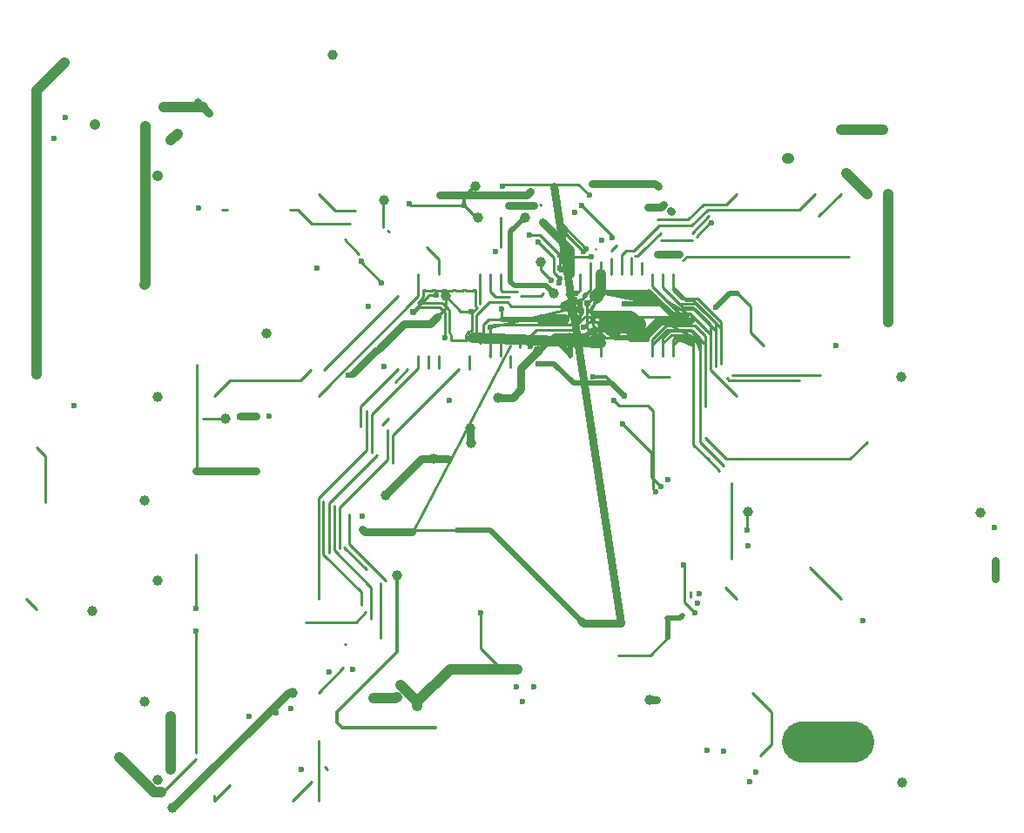
<source format=gbr>
From febcb5a93316b2dc0b8c1c9daf046b03c5e7beeb Mon Sep 17 00:00:00 2001
From: jaseg <git@jaseg.net>
Date: Wed, 6 Sep 2017 14:03:07 +0200
Subject: Fixes for second prototype (v0.3)

---
 hw/chibi/chibi_2024/gerbers/chibi_2024-B.Cu.gbr | 2551 +++++++++++++----------
 1 file changed, 1397 insertions(+), 1154 deletions(-)

(limited to 'hw/chibi/chibi_2024/gerbers/chibi_2024-B.Cu.gbr')

diff --git a/hw/chibi/chibi_2024/gerbers/chibi_2024-B.Cu.gbr b/hw/chibi/chibi_2024/gerbers/chibi_2024-B.Cu.gbr
index e32da76..2df4e79 100644
--- a/hw/chibi/chibi_2024/gerbers/chibi_2024-B.Cu.gbr
+++ b/hw/chibi/chibi_2024/gerbers/chibi_2024-B.Cu.gbr
@@ -1,7 +1,7 @@
 G04 #@! TF.FileFunction,Copper,L2,Bot,Signal*
 %FSLAX46Y46*%
 G04 Gerber Fmt 4.6, Leading zero omitted, Abs format (unit mm)*
-G04 Created by KiCad (PCBNEW 4.0.4-1.fc24-product) date Fri Jul 21 09:28:46 2017*
+G04 Created by KiCad (PCBNEW 4.0.6) date Wed Sep  6 13:58:48 2017*
 %MOMM*%
 %LPD*%
 G01*
@@ -21,14 +21,14 @@ G04 APERTURE LIST*
 %ADD22R,0.600000X2.500000*%
 %ADD23R,1.727200X1.727200*%
 %ADD24O,1.727200X1.727200*%
-%ADD25C,1.000000*%
-%ADD26C,0.600000*%
-%ADD27C,0.800000*%
-%ADD28C,0.254000*%
-%ADD29C,0.500000*%
-%ADD30C,1.000000*%
-%ADD31C,0.250000*%
-%ADD32C,0.350000*%
+%ADD25C,0.600000*%
+%ADD26C,1.000000*%
+%ADD27C,0.254000*%
+%ADD28C,0.500000*%
+%ADD29C,0.800000*%
+%ADD30C,0.350000*%
+%ADD31C,1.000000*%
+%ADD32C,0.250000*%
 %ADD33C,4.000000*%
 G04 APERTURE END LIST*
 D10*
@@ -240,9 +240,19 @@ X120650000Y-60960000D03*
 X130810000Y-60960000D03*
 X123190000Y-60960000D03*
 D25*
+X98806000Y-98298000D03*
+X93218000Y-101727000D03*
+X107188000Y-71628000D03*
+X111760000Y-72644000D03*
+X89662000Y-70739000D03*
+X92329000Y-72390000D03*
+X104013000Y-67056000D03*
+D26*
+X92710000Y-60198000D03*
+X92964000Y-63246000D03*
 X68453000Y-82804000D03*
 X72390000Y-74549000D03*
-D26*
+D25*
 X72700000Y-82600000D03*
 X71400000Y-82600000D03*
 X69800000Y-82700000D03*
@@ -253,9 +263,9 @@ X53700000Y-81600000D03*
 X70700000Y-111800000D03*
 X73400000Y-111500000D03*
 X74800000Y-111000000D03*
-D25*
-X109664000Y-110190000D03*
 D26*
+X109664000Y-110190000D03*
+D25*
 X97300000Y-110400000D03*
 X96700000Y-108900000D03*
 X98400000Y-108900000D03*
@@ -266,38 +276,30 @@ X85450000Y-108750000D03*
 X85100000Y-109950000D03*
 X110998000Y-61976000D03*
 X100076000Y-69342000D03*
-X101092000Y-68326000D03*
 X97028000Y-75184000D03*
 X82296000Y-71882000D03*
 X90170000Y-81026000D03*
 X83820000Y-77724000D03*
 X83820000Y-75692000D03*
-D25*
-X99060000Y-67564000D03*
 D26*
-X78875000Y-47425000D03*
+X99060000Y-67564000D03*
 D25*
+X78875000Y-47425000D03*
+D26*
 X63309500Y-120713500D03*
 X74993500Y-109474000D03*
-D26*
+D25*
 X111450000Y-104125000D03*
 X80400000Y-78600000D03*
-X112150000Y-73125000D03*
-X107575000Y-72900000D03*
 X94725000Y-66575000D03*
 X86300000Y-61900000D03*
 X91675000Y-62100000D03*
-X95350000Y-60225000D03*
 X103825000Y-61075000D03*
-D25*
-X115290600Y-115109000D03*
 D26*
-X89875000Y-70875000D03*
-D25*
+X115290600Y-115109000D03*
 X89000000Y-72975000D03*
 X119278400Y-95237300D03*
 X119202200Y-93649800D03*
-X119240300Y-91922600D03*
 X52895000Y-53548000D03*
 X51752000Y-55580000D03*
 X49974000Y-57866000D03*
@@ -315,7 +317,6 @@ X130429000Y-102489000D03*
 X77343000Y-68199000D03*
 X65786000Y-62357000D03*
 X65595500Y-101282500D03*
-X127762000Y-75742800D03*
 X143332200Y-98463100D03*
 X143332200Y-96672400D03*
 X143243300Y-93408500D03*
@@ -328,25 +329,14 @@ X81711800Y-92329000D03*
 X81762600Y-93624400D03*
 X86563200Y-93853000D03*
 X91059000Y-93675200D03*
-D26*
-X94950000Y-80800000D03*
-X92275000Y-83775000D03*
-X85090000Y-98044000D03*
-X84050000Y-90325000D03*
-X100330000Y-70612000D03*
-X101854000Y-74930000D03*
-X98875000Y-76250000D03*
-X92325000Y-85225000D03*
-X97600000Y-63250000D03*
-X88700000Y-86750000D03*
+X119240300Y-91922600D03*
+D25*
+X107061000Y-83312000D03*
+X110744000Y-89408000D03*
 X110425000Y-66800000D03*
 X112600000Y-66800000D03*
-X110236000Y-89916000D03*
-X106172000Y-81026000D03*
 X110500000Y-60275000D03*
 X104075000Y-59950000D03*
-X98125000Y-60750000D03*
-X89300000Y-61125000D03*
 X114300000Y-100800000D03*
 X111500000Y-88750000D03*
 X114500000Y-99900000D03*
@@ -356,7 +346,7 @@ X119430800Y-118110000D03*
 X116865400Y-115163600D03*
 X120015000Y-117221000D03*
 X115697000Y-63792100D03*
-D25*
+D26*
 X55498500Y-101554000D03*
 X55750000Y-54250000D03*
 X141859000Y-91948000D03*
@@ -398,9 +388,9 @@ X128270000Y-54737000D03*
 X60579000Y-110363000D03*
 X60579000Y-90805000D03*
 X60579000Y-69780002D03*
-D26*
-X83858100Y-61633100D03*
 D25*
+X83858100Y-61633100D03*
+D26*
 X61848500Y-80726000D03*
 X61849000Y-98552000D03*
 X61849000Y-117983000D03*
@@ -422,7 +412,7 @@ X134112000Y-78740000D03*
 X134239000Y-118237000D03*
 X123190000Y-57531000D03*
 X63119000Y-116967000D03*
-D26*
+D25*
 X78486000Y-107442000D03*
 X80772000Y-107188000D03*
 X75819000Y-116967000D03*
@@ -435,32 +425,88 @@ X102425000Y-62800000D03*
 X105050000Y-65525000D03*
 X106025000Y-65200000D03*
 X103075000Y-62100000D03*
-X104200000Y-73300000D03*
-X107100000Y-75000000D03*
-X100838000Y-69596000D03*
+X107442000Y-74041000D03*
+X103251000Y-73914000D03*
+X100965000Y-68199000D03*
 X100950000Y-66900000D03*
 X98025000Y-64975000D03*
-X86650000Y-72400000D03*
-X88950000Y-70850000D03*
-X103250000Y-66600000D03*
+X100965000Y-69215000D03*
+X98806000Y-65659000D03*
+X107188000Y-80518000D03*
+X104140000Y-78740000D03*
+X103505000Y-66294000D03*
 X101125000Y-64075000D03*
 X113000000Y-97100000D03*
 X114100000Y-101700000D03*
-X101975000Y-72575000D03*
-X104375000Y-70900000D03*
+X102362000Y-72263000D03*
+X103632000Y-71628000D03*
 X95250000Y-72175000D03*
 X94875000Y-74775000D03*
 X94200000Y-73975000D03*
+X104394000Y-74930000D03*
+X102235000Y-71374000D03*
 X92456000Y-74930000D03*
-X101725000Y-71575000D03*
-X103600000Y-71600000D03*
-X107200000Y-80600000D03*
-X98875000Y-77475000D03*
 X58150000Y-115800000D03*
 X65532000Y-103505000D03*
 X83642200Y-69596000D03*
 X81635600Y-67513200D03*
+X90043000Y-86741000D03*
+X113919000Y-73152000D03*
+X116078000Y-72009000D03*
+X97376000Y-77724000D03*
+X100330000Y-70612000D03*
+X100330000Y-74930000D03*
+X97600000Y-63250000D03*
+X94950000Y-80800000D03*
+X92275000Y-83775000D03*
+X84050000Y-90325000D03*
+X92325000Y-85225000D03*
+X98044000Y-75819000D03*
+X89789000Y-74930000D03*
+X86741000Y-72517000D03*
+X108585000Y-73660000D03*
+D27*
+X93218000Y-105168000D02*
+X95250000Y-107200000D01*
+X93218000Y-101727000D02*
+X93218000Y-105168000D01*
+D28*
+X110744000Y-71628000D02*
+X110109000Y-71628000D01*
+X110109000Y-71628000D02*
+X107188000Y-71628000D01*
+X111760000Y-72644000D02*
+X110744000Y-71628000D01*
 D27*
+X83025000Y-75975000D02*
+X83450000Y-75975000D01*
+X80400000Y-78600000D02*
+X83025000Y-75975000D01*
+D29*
+X83450000Y-75975000D02*
+X84030500Y-75394500D01*
+D28*
+X80400000Y-78600000D02*
+X80912000Y-78600000D01*
+X80912000Y-78600000D02*
+X83820000Y-75692000D01*
+D27*
+X89662000Y-70739000D02*
+X91313000Y-72390000D01*
+X91313000Y-72390000D02*
+X92329000Y-72390000D01*
+X101942000Y-67056000D02*
+X104013000Y-67056000D01*
+D30*
+X91675000Y-62100000D02*
+X91675000Y-61233000D01*
+X91675000Y-61233000D02*
+X92710000Y-60198000D01*
+X92821000Y-63246000D02*
+X91675000Y-62100000D01*
+X92964000Y-63246000D02*
+X92821000Y-63246000D01*
+D29*
 X65600000Y-87900000D02*
 X71415400Y-87900000D01*
 X71415400Y-87900000D02*
@@ -473,7 +519,7 @@ X65659000Y-87900000D02*
 X65700000Y-87900000D01*
 X65700000Y-87900000D02*
 X65659000Y-87900000D01*
-D28*
+D27*
 X68453000Y-82804000D02*
 X66230500Y-82804000D01*
 X66230500Y-82804000D02*
@@ -492,7 +538,7 @@ X65659000Y-79184500D02*
 X65659000Y-77597000D01*
 X65659000Y-87900000D02*
 X65659000Y-79184500D01*
-D27*
+D29*
 X69900000Y-82600000D02*
 X71400000Y-82600000D01*
 X69800000Y-82700000D02*
@@ -517,12 +563,14 @@ X110371600Y-110190000D02*
 X109664000Y-110190000D01*
 X103000000Y-102492000D02*
 X103208000Y-102700000D01*
-D29*
+D28*
 X94183200Y-93675200D02*
 X91059000Y-93675200D01*
 X103000000Y-102492000D02*
+X98806000Y-98298000D01*
+X98806000Y-98298000D02*
 X94183200Y-93675200D01*
-D27*
+D29*
 X103208000Y-102700000D02*
 X106900000Y-102700000D01*
 X106900000Y-102700000D02*
@@ -544,6 +592,8 @@ X100400000Y-60200000D01*
 X111800000Y-62650000D02*
 X111750000Y-62600000D01*
 X101942000Y-68771000D02*
+X101942000Y-67056000D01*
+X101942000Y-67056000D02*
 X101942000Y-66392000D01*
 X98400000Y-62100000D02*
 X95950000Y-62100000D01*
@@ -555,7 +605,7 @@ X101942000Y-66392000D02*
 X99850000Y-64300000D01*
 X99850000Y-64300000D02*
 X99250000Y-63700000D01*
-D30*
+D31*
 X87100000Y-110750000D02*
 X87100000Y-110400000D01*
 X87100000Y-110400000D02*
@@ -563,6 +613,8 @@ X87100000Y-110750000D01*
 X87100000Y-110400000D02*
 X90300000Y-107200000D01*
 X90300000Y-107200000D02*
+X95250000Y-107200000D01*
+X95250000Y-107200000D02*
 X96850000Y-107200000D01*
 X82850000Y-110050000D02*
 X85000000Y-110050000D01*
@@ -570,20 +622,16 @@ X85450000Y-108750000D02*
 X87100000Y-110400000D01*
 X85000000Y-110050000D02*
 X85100000Y-109950000D01*
-D27*
+D29*
 X110744000Y-62230000D02*
 X109474000Y-62230000D01*
 X110998000Y-61976000D02*
 X110744000Y-62230000D01*
-D28*
+D27*
 X99060000Y-67564000D02*
 X99060000Y-68326000D01*
 X99060000Y-68326000D02*
 X100076000Y-69342000D01*
-X101092000Y-68326000D02*
-X101497000Y-68326000D01*
-X101497000Y-68326000D02*
-X101942000Y-68771000D01*
 X97028000Y-75184000D02*
 X97028000Y-75921000D01*
 X97028000Y-75921000D02*
@@ -652,36 +700,18 @@ X99050000Y-62000000D02*
 X99087500Y-62037500D01*
 X99087500Y-62037500D02*
 X99087500Y-62100000D01*
-D27*
+D29*
 X74993500Y-109474000D02*
 X74549000Y-109474000D01*
 X63309500Y-120713500D02*
 X74549000Y-109474000D01*
-D28*
-X112650000Y-102250000D02*
-X111450000Y-102250000D01*
-X112925000Y-101975000D02*
-X112650000Y-102250000D01*
-X111450000Y-102250000D02*
-X111400000Y-102250000D01*
-X111400000Y-102250000D02*
-X111450000Y-102250000D01*
-X111450000Y-102250000D02*
-X111450000Y-104125000D01*
+D27*
 X109742943Y-105832057D02*
 X106607986Y-105832057D01*
 X111450000Y-104125000D02*
 X109742943Y-105832057D01*
-X83025000Y-75975000D02*
-X83450000Y-75975000D01*
-X80400000Y-78600000D02*
-X83025000Y-75975000D01*
 X101942000Y-68771000D02*
 X101846000Y-68675000D01*
-X112150000Y-73125000D02*
-X111925000Y-72900000D01*
-X111925000Y-72900000D02*
-X107575000Y-72900000D01*
 X95175000Y-66125000D02*
 X95175000Y-63275000D01*
 X95175000Y-63275000D02*
@@ -704,34 +734,22 @@ X86300000Y-61900000D02*
 X86500000Y-62100000D01*
 X86500000Y-62100000D02*
 X91675000Y-62100000D01*
-X99200000Y-60025000D02*
-X95550000Y-60025000D01*
-X95550000Y-60025000D02*
-X95350000Y-60225000D01*
 X103825000Y-61075000D02*
 X102775000Y-60025000D01*
 X102775000Y-60025000D02*
 X100450000Y-60025000D01*
-X100450000Y-60025000D02*
-X99200000Y-60025000D01*
 X115290600Y-115109000D02*
 X115116781Y-114935181D01*
 X115116781Y-114935181D02*
 X115114927Y-114935181D01*
-X89875000Y-72100000D02*
-X89000000Y-72975000D01*
-X89875000Y-70875000D02*
-X89875000Y-72100000D01*
-D27*
+D29*
 X88375000Y-73600000D02*
 X89000000Y-72975000D01*
-X83450000Y-75975000D02*
-X84030500Y-75394500D01*
 X84030500Y-75394500D02*
 X85825000Y-73600000D01*
 X85825000Y-73600000D02*
 X88375000Y-73600000D01*
-D28*
+D27*
 X119202200Y-91960700D02*
 X119202200Y-93649800D01*
 X119240300Y-91922600D02*
@@ -744,28 +762,28 @@ X49974000Y-55516000D02*
 X50038000Y-55580000D01*
 X49974000Y-53548000D02*
 X49974000Y-55516000D01*
-D31*
+D32*
 X120250000Y-110090000D02*
 X121500000Y-111340000D01*
-D28*
+D27*
 X120250000Y-110090000D02*
 X119634000Y-109474000D01*
-D31*
+D32*
 X121500000Y-111340000D02*
 X121500000Y-114466000D01*
 X121500000Y-114466000D02*
 X120396000Y-115570000D01*
-D30*
+D31*
 X50038000Y-50962000D02*
 X50038000Y-78486000D01*
 X50038000Y-50962000D02*
 X52750000Y-48250000D01*
-D31*
+D32*
 X50038000Y-85598000D02*
 X50927000Y-86487000D01*
 X50927000Y-86487000D02*
 X50927000Y-91012000D01*
-D28*
+D27*
 X50038000Y-101346000D02*
 X49022000Y-100330000D01*
 X49022000Y-100330000D02*
@@ -798,9 +816,7 @@ X65600000Y-96045600D02*
 X65595500Y-96050100D01*
 X65595500Y-96050100D02*
 X65595500Y-101282500D01*
-X127762000Y-75742800D02*
-X127762000Y-75692000D01*
-D27*
+D29*
 X143332200Y-96672400D02*
 X143332200Y-98463100D01*
 X143306800Y-93472000D02*
@@ -821,7 +837,7 @@ X86563200Y-93853000D02*
 X81991200Y-93853000D01*
 X81991200Y-93853000D02*
 X81762600Y-93624400D01*
-D28*
+D27*
 X96178000Y-76771000D02*
 X96178000Y-77864600D01*
 X96178000Y-75703800D02*
@@ -831,77 +847,13 @@ X86741000Y-93675200D01*
 X86741000Y-93675200D02*
 X91059000Y-93675200D01*
 D29*
-X97175000Y-78425000D02*
-X97175000Y-79975000D01*
-X96350000Y-80800000D02*
-X94950000Y-80800000D01*
-X97175000Y-79975000D02*
-X96350000Y-80800000D01*
-D30*
-X88859360Y-112903000D02*
-X79803000Y-112903000D01*
-X85090000Y-105560000D02*
-X85090000Y-98044000D01*
-X79300000Y-111350000D02*
-X85090000Y-105560000D01*
-X79300000Y-112400000D02*
-X79300000Y-111350000D01*
-X79803000Y-112903000D02*
-X79300000Y-112400000D01*
-D29*
-X97175000Y-78425000D02*
-X97175000Y-77950000D01*
-X97175000Y-77950000D02*
-X98875000Y-76250000D01*
-X92325000Y-85225000D02*
-X92275000Y-85175000D01*
-X92275000Y-85175000D02*
-X92275000Y-83775000D01*
-D27*
-X88700000Y-86750000D02*
-X87494000Y-86750000D01*
-X84050000Y-90194000D02*
-X84050000Y-90325000D01*
-X87494000Y-86750000D02*
-X84050000Y-90194000D01*
+X109855000Y-86106000D02*
+X107061000Y-83312000D01*
+X109855000Y-88519000D02*
+X109855000Y-86106000D01*
+X110744000Y-89408000D02*
+X109855000Y-88519000D01*
 D28*
-X99822000Y-70104000D02*
-X99568000Y-69850000D01*
-X99568000Y-69850000D02*
-X96520000Y-69850000D01*
-X96520000Y-69850000D02*
-X96178000Y-69508000D01*
-X96178000Y-69508000D02*
-X96178000Y-68771000D01*
-X99822000Y-70104000D02*
-X100330000Y-70612000D01*
-X98875000Y-76250000D02*
-X99010000Y-76250000D01*
-X100330000Y-74930000D02*
-X101854000Y-74930000D01*
-X99010000Y-76250000D02*
-X100330000Y-74930000D01*
-X101942000Y-75018000D02*
-X101942000Y-76771000D01*
-X101854000Y-74930000D02*
-X101942000Y-75018000D01*
-X92275000Y-83775000D02*
-X92275000Y-85175000D01*
-X96178000Y-64672000D02*
-X96178000Y-68771000D01*
-X97600000Y-63250000D02*
-X96178000Y-64672000D01*
-X98875000Y-76250000D02*
-X97175000Y-77950000D01*
-D29*
-X89300000Y-61125000D02*
-X97750000Y-61125000D01*
-X97750000Y-61125000D02*
-X98125000Y-60750000D01*
-D32*
-X89300000Y-61125000D02*
-X89300000Y-61125000D01*
-D29*
 X110500000Y-60275000D02*
 X110175000Y-59950000D01*
 X110175000Y-59950000D02*
@@ -909,20 +861,9 @@ X104075000Y-59950000D01*
 X112600000Y-66800000D02*
 X110425000Y-66800000D01*
 D27*
-X106680000Y-81534000D02*
-X106172000Y-81026000D01*
-X109474000Y-81534000D02*
-X106680000Y-81534000D01*
-X109982000Y-82042000D02*
-X109474000Y-81534000D01*
-X109982000Y-89662000D02*
-X109982000Y-82042000D01*
-X110236000Y-89916000D02*
-X109982000Y-89662000D01*
-D28*
 X110175000Y-59950000D02*
 X104075000Y-59950000D01*
-D31*
+D32*
 X113700000Y-99700000D02*
 X113700000Y-100200000D01*
 X113700000Y-100200000D02*
@@ -1051,6 +992,16 @@ X109601000Y-78740000D02*
 X111633000Y-78740000D01*
 X108942000Y-78081000D02*
 X109601000Y-78740000D01*
+D27*
+X109942000Y-76771000D02*
+X109942000Y-75605000D01*
+X109942000Y-75605000D02*
+X111379000Y-74168000D01*
+X113665000Y-74168000D02*
+X115062000Y-75565000D01*
+X111379000Y-74168000D02*
+X113665000Y-74168000D01*
+D32*
 X130810000Y-85090000D02*
 X129159000Y-86741000D01*
 X115062000Y-84709000D02*
@@ -1059,20 +1010,20 @@ X117094000Y-86741000D02*
 X115062000Y-84709000D01*
 X129159000Y-86741000D02*
 X117094000Y-86741000D01*
-X111760000Y-73787000D02*
-X111252000Y-73787000D01*
-X109942000Y-75097000D02*
-X109942000Y-76771000D01*
-X111252000Y-73787000D02*
-X109942000Y-75097000D01*
-X115062000Y-74803000D02*
-X114046000Y-73787000D01*
 X115062000Y-81661000D02*
-X115062000Y-74803000D01*
-X114046000Y-73787000D02*
-X111760000Y-73787000D01*
+X115062000Y-75565000D01*
 X109942000Y-76668000D02*
 X109942000Y-76771000D01*
+D27*
+X111942000Y-76771000D02*
+X111942000Y-75637000D01*
+X111942000Y-75637000D02*
+X112395000Y-75184000D01*
+X113411000Y-75184000D02*
+X113919000Y-75692000D01*
+X112395000Y-75184000D02*
+X113411000Y-75184000D01*
+D32*
 X117652800Y-96367600D02*
 X117652800Y-96443800D01*
 X117652800Y-96443800D02*
@@ -1087,18 +1038,22 @@ X117652800Y-89077800D02*
 X117652800Y-96367600D01*
 X115316000Y-86741000D02*
 X113919000Y-85344000D01*
-X113919000Y-75311000D02*
-X113538000Y-74930000D01*
 X113919000Y-85344000D02*
-X113919000Y-75311000D01*
-X111942000Y-76771000D02*
-X111942000Y-75129000D01*
-X112141000Y-74930000D02*
-X113538000Y-74930000D01*
-X111942000Y-75129000D02*
-X112141000Y-74930000D01*
+X113919000Y-75692000D01*
 X115316000Y-86741000D02*
 X116478050Y-87903050D01*
+D27*
+X114554000Y-76200000D02*
+X114554000Y-75692000D01*
+X110942000Y-75494000D02*
+X110942000Y-76771000D01*
+X111760000Y-74676000D02*
+X110942000Y-75494000D01*
+X113538000Y-74676000D02*
+X111760000Y-74676000D01*
+X114554000Y-75692000D02*
+X113538000Y-74676000D01*
+D32*
 X128270000Y-100330000D02*
 X125285500Y-97345500D01*
 X118102802Y-88638802D02*
@@ -1113,16 +1068,8 @@ X115951000Y-86487000D02*
 X114554000Y-85090000D01*
 X116840000Y-87376000D02*
 X115951000Y-86487000D01*
-X113792000Y-74295000D02*
-X111633000Y-74295000D01*
-X111633000Y-74295000D02*
-X110942000Y-74986000D01*
-X110942000Y-74986000D02*
-X110942000Y-76771000D01*
 X114554000Y-85090000D02*
-X114554000Y-75057000D01*
-X114554000Y-75057000D02*
-X113792000Y-74295000D01*
+X114554000Y-76200000D01*
 X118110000Y-100330000D02*
 X117017800Y-99237800D01*
 X115900200Y-88341200D02*
@@ -1147,12 +1094,26 @@ X113300000Y-67100000D02*
 X112942000Y-67458000D01*
 X129115000Y-67100000D02*
 X113300000Y-67100000D01*
+D27*
+X114935000Y-72390000D02*
+X116100000Y-73555000D01*
+X116100000Y-73555000D02*
+X116100000Y-74300000D01*
+X112014000Y-71120000D02*
+X112522000Y-71628000D01*
+X114173000Y-71628000D02*
+X114935000Y-72390000D01*
+X112522000Y-71628000D02*
+X114173000Y-71628000D01*
+D32*
+X112014000Y-71120000D02*
+X110942000Y-70048000D01*
 X120200000Y-79121000D02*
 X117421000Y-79121000D01*
 X117421000Y-79121000D02*
 X117200000Y-78900000D01*
 X116100000Y-74300000D02*
-X113809000Y-72009000D01*
+X116100000Y-74300000D01*
 X116100000Y-77800000D02*
 X116100000Y-74300000D01*
 X117200000Y-78900000D02*
@@ -1163,22 +1124,22 @@ X124206000Y-79121000D02*
 X120200000Y-79121000D01*
 X110942000Y-70048000D02*
 X110942000Y-68771000D01*
-X112903000Y-72009000D02*
-X110942000Y-70048000D01*
-X113809000Y-72009000D02*
-X112903000Y-72009000D01*
-X111942000Y-68771000D02*
-X111942000Y-70042000D01*
-X113200000Y-71300000D02*
-X113600000Y-71300000D01*
-X111942000Y-70042000D02*
-X113200000Y-71300000D01*
+D27*
+X116600000Y-73914000D02*
+X116600000Y-73420000D01*
+X111942000Y-70286000D02*
+X111942000Y-68771000D01*
+X112776000Y-71120000D02*
+X111942000Y-70286000D01*
+X114300000Y-71120000D02*
+X112776000Y-71120000D01*
+X116600000Y-73420000D02*
+X114300000Y-71120000D01*
+X116600000Y-74000000D02*
+X116600000Y-73914000D01*
+D32*
 X120300000Y-78613000D02*
 X117713000Y-78613000D01*
-X113900000Y-71300000D02*
-X113600000Y-71300000D01*
-X116600000Y-74000000D02*
-X113900000Y-71300000D01*
 X116600000Y-77500000D02*
 X116600000Y-74000000D01*
 X117713000Y-78613000D02*
@@ -1189,20 +1150,26 @@ X120300000Y-78613000D02*
 X126238000Y-78613000D01*
 X111942000Y-68771000D02*
 X111942000Y-69905000D01*
-X113500000Y-72644000D02*
-X113644000Y-72644000D01*
+D27*
+X115600000Y-73914000D02*
+X115600000Y-73690000D01*
+X112141000Y-72136000D02*
+X111506000Y-71501000D01*
+X114046000Y-72136000D02*
+X112141000Y-72136000D01*
+X115600000Y-73690000D02*
+X114046000Y-72136000D01*
+X115600000Y-74930000D02*
+X115600000Y-73914000D01*
+D32*
 X115600000Y-78135000D02*
 X118110000Y-80645000D01*
-X115600000Y-74600000D02*
+X115600000Y-74930000D02*
 X115600000Y-78135000D01*
-X113644000Y-72644000D02*
-X115600000Y-74600000D01*
 X109942000Y-68771000D02*
 X109942000Y-69937000D01*
 X109942000Y-69937000D02*
-X112649000Y-72644000D01*
-X112649000Y-72644000D02*
-X113500000Y-72644000D01*
+X111506000Y-71501000D01*
 X110807000Y-65486000D02*
 X113855000Y-65486000D01*
 X113855000Y-65486000D02*
@@ -1217,32 +1184,32 @@ X115697000Y-63792100D02*
 X115548900Y-63792100D01*
 X115548900Y-63792100D02*
 X114236000Y-65105000D01*
-D28*
+D27*
 X108942000Y-68771000D02*
 X108942000Y-67715000D01*
-D31*
+D32*
 X106942000Y-68771000D02*
 X106942000Y-66938000D01*
 X107378000Y-66502000D02*
 X108173800Y-66502000D01*
 X106942000Y-66938000D02*
 X107378000Y-66502000D01*
-D28*
+D27*
 X110591600Y-64084200D02*
 X113751006Y-64084200D01*
-D31*
+D32*
 X115351206Y-62484000D02*
 X124206000Y-62484000D01*
 X124206000Y-62484000D02*
 X125730000Y-60960000D01*
-D28*
+D27*
 X110591600Y-64084200D02*
 X108173800Y-66502000D01*
 X113751006Y-64084200D02*
 X115351206Y-62484000D01*
 X106942000Y-67733800D02*
 X106942000Y-68771000D01*
-D31*
+D32*
 X107942000Y-67208000D02*
 X107942000Y-68771000D01*
 X108140000Y-67010000D02*
@@ -1253,7 +1220,7 @@ X108529400Y-67010000D02*
 X108267000Y-67010000D01*
 X109096700Y-66442700D02*
 X108529400Y-67010000D01*
-D28*
+D27*
 X109096700Y-66442700D02*
 X110769400Y-64770000D01*
 X110769400Y-64770000D02*
@@ -1262,7 +1229,7 @@ X113792000Y-64770000D02*
 X115443000Y-63119000D01*
 X107942000Y-68771000D02*
 X107942000Y-67597400D01*
-D31*
+D32*
 X128270000Y-60960000D02*
 X126111000Y-63119000D01*
 X126111000Y-63119000D02*
@@ -1275,7 +1242,7 @@ X105942000Y-66541000D02*
 X106489000Y-65994000D01*
 X105942000Y-68771000D02*
 X105942000Y-67264000D01*
-D28*
+D27*
 X110972600Y-63474600D02*
 X110439200Y-63474600D01*
 X110439200Y-63474600D02*
@@ -1284,22 +1251,22 @@ X110972600Y-63474600D02*
 X113411000Y-63474600D01*
 X113411000Y-63474600D02*
 X114909600Y-61976000D01*
-D31*
+D32*
 X118110000Y-60960000D02*
 X117094000Y-61976000D01*
 X117094000Y-61976000D02*
 X114909600Y-61976000D01*
-D28*
+D27*
 X105942000Y-68771000D02*
 X105942000Y-67641600D01*
-D27*
+D29*
 X55498500Y-101554000D02*
 X55499000Y-101554000D01*
 X55499000Y-101554000D02*
 X55498500Y-101554000D01*
 X55498500Y-101554000D02*
 X55499000Y-101554000D01*
-D30*
+D31*
 X55750000Y-54250000D02*
 X55753000Y-54250000D01*
 X55750000Y-57500000D02*
@@ -1470,7 +1437,7 @@ X66236998Y-52520998D02*
 X66216000Y-52500000D01*
 X62479002Y-52520998D02*
 X66236998Y-52520998D01*
-D27*
+D29*
 X66858000Y-53142000D02*
 X66216000Y-52500000D01*
 X60750000Y-54250000D02*
@@ -1481,7 +1448,7 @@ X65733000Y-52017000D02*
 X65750000Y-52000000D01*
 X65750000Y-52000000D02*
 X65750000Y-52034000D01*
-D30*
+D31*
 X132334000Y-54737000D02*
 X128270000Y-54737000D01*
 X136779000Y-59182000D02*
@@ -1512,7 +1479,7 @@ X60636002Y-69723000D02*
 X60636002Y-54363998D01*
 X60579000Y-69780002D02*
 X60636002Y-69723000D01*
-D28*
+D27*
 X83858100Y-61633100D02*
 X83794600Y-61633100D01*
 X83794600Y-61633100D02*
@@ -1527,7 +1494,7 @@ X83794600Y-64109600D02*
 X83794600Y-64249300D01*
 X83794600Y-61633100D02*
 X83794600Y-64109600D01*
-D31*
+D32*
 X84201000Y-64516000D02*
 X84328000Y-64643000D01*
 X92178000Y-68771000D02*
@@ -1560,7 +1527,7 @@ X79121000Y-62611000D02*
 X77470000Y-60960000D01*
 X81026000Y-62611000D02*
 X79121000Y-62611000D01*
-D28*
+D27*
 X68580000Y-62484000D02*
 X68072000Y-62484000D01*
 X68072000Y-62484000D02*
@@ -1573,7 +1540,7 @@ X75438000Y-62484000D02*
 X76835000Y-63881000D01*
 X74676000Y-62484000D02*
 X75438000Y-62484000D01*
-D31*
+D32*
 X89178000Y-68771000D02*
 X89178000Y-67334000D01*
 X82804000Y-66167000D02*
@@ -1584,7 +1551,7 @@ X89178000Y-67334000D02*
 X88011000Y-66167000D01*
 X76835000Y-63881000D02*
 X80518000Y-63881000D01*
-D30*
+D31*
 X61836004Y-59182000D02*
 X61849000Y-59182000D01*
 X102616000Y-56134000D02*
@@ -1669,12 +1636,12 @@ X132842000Y-60960000D02*
 X132842000Y-73406000D01*
 X128778000Y-58928000D02*
 X130810000Y-60960000D01*
-D27*
+D29*
 X63100000Y-111779000D02*
 X63119000Y-111760000D01*
 X63100000Y-111800000D02*
 X63100000Y-111779000D01*
-D30*
+D31*
 X63119000Y-55753000D02*
 X63754000Y-55118000D01*
 X63119000Y-57785000D02*
@@ -1717,7 +1684,7 @@ X123190000Y-57531000D02*
 X123063000Y-57531000D01*
 X63119000Y-116967000D02*
 X63119000Y-111760000D01*
-D31*
+D32*
 X80010000Y-65405000D02*
 X81407000Y-66802000D01*
 X87630000Y-66802000D02*
@@ -1740,14 +1707,14 @@ X87178000Y-68771000D02*
 X87178000Y-70937000D01*
 X87178000Y-70937000D02*
 X77470000Y-80645000D01*
-D28*
+D27*
 X67310000Y-80645000D02*
 X68834000Y-79121000D01*
 X75692000Y-79121000D02*
 X76708000Y-78105000D01*
 X68834000Y-79121000D02*
 X75692000Y-79121000D01*
-D31*
+D32*
 X85178000Y-70905000D02*
 X77978000Y-78105000D01*
 X77978000Y-78105000D02*
@@ -1762,7 +1729,7 @@ X85178000Y-78017000D02*
 X81534000Y-81661000D01*
 X81534000Y-81661000D02*
 X81534000Y-83566000D01*
-D28*
+D27*
 X81622900Y-101003100D02*
 X81622900Y-99733100D01*
 X77924002Y-90858998D02*
@@ -1771,7 +1738,7 @@ X77924002Y-96034202D02*
 X77924002Y-90858998D01*
 X81622900Y-99733100D02*
 X77924002Y-96034202D01*
-D31*
+D32*
 X82677000Y-86106000D02*
 X82677000Y-82423000D01*
 X80645000Y-101981000D02*
@@ -1784,12 +1751,12 @@ X82677000Y-82423000D02*
 X87178000Y-77922000D01*
 X87178000Y-77922000D02*
 X87178000Y-76771000D01*
-D28*
+D27*
 X82169000Y-85852000D02*
 X77470000Y-90551000D01*
 X77470000Y-90551000D02*
 X77470000Y-100330000D01*
-D31*
+D32*
 X84963000Y-79248000D02*
 X86178000Y-78033000D01*
 X86178000Y-78033000D02*
@@ -1800,7 +1767,7 @@ X82169000Y-82042000D02*
 X82169000Y-82804000D01*
 X82169000Y-82804000D02*
 X82169000Y-85852000D01*
-D28*
+D27*
 X76327000Y-102616000D02*
 X76200000Y-102616000D01*
 X75438000Y-101854000D02*
@@ -1817,7 +1784,7 @@ X78486000Y-91059000D02*
 X78486000Y-95885000D01*
 X83185000Y-86360000D02*
 X78486000Y-91059000D01*
-D31*
+D32*
 X88178000Y-76771000D02*
 X88178000Y-77938000D01*
 X88178000Y-77938000D02*
@@ -1830,7 +1797,7 @@ X81153000Y-102616000D02*
 X76327000Y-102616000D01*
 X82092800Y-101676200D02*
 X81153000Y-102616000D01*
-D28*
+D27*
 X82600800Y-102311200D02*
 X82600800Y-99237800D01*
 X83718400Y-86233000D02*
@@ -1843,7 +1810,7 @@ X78994000Y-95631000D02*
 X78994000Y-91338400D01*
 X82600800Y-99237800D02*
 X78994000Y-95631000D01*
-D31*
+D32*
 X84264500Y-82867500D02*
 X83693000Y-83439000D01*
 X83693000Y-83439000D02*
@@ -1858,7 +1825,7 @@ X89178000Y-76771000D02*
 X89178000Y-77954000D01*
 X80137000Y-104775000D02*
 X80010000Y-104775000D01*
-D28*
+D27*
 X82176056Y-97528944D02*
 X79984600Y-95337488D01*
 X79984600Y-91897200D02*
@@ -1879,7 +1846,7 @@ X83562802Y-98915690D02*
 X83562802Y-98828202D01*
 X83562802Y-104143198D02*
 X83562802Y-98915690D01*
-D31*
+D32*
 X76835000Y-118110000D02*
 X74930000Y-120015000D01*
 X76835000Y-109093000D02*
@@ -1896,7 +1863,7 @@ X91178000Y-77986000D02*
 X84709000Y-84455000D01*
 X84709000Y-84455000D02*
 X84709000Y-87172800D01*
-D28*
+D27*
 X84201000Y-86334600D02*
 X84201000Y-86791800D01*
 X82550000Y-104343200D02*
@@ -1911,7 +1878,7 @@ X79502000Y-91490800D02*
 X79502000Y-95496944D01*
 X84201000Y-86791800D02*
 X79502000Y-91490800D01*
-D31*
+D32*
 X79883000Y-107061000D02*
 X77470000Y-109474000D01*
 X77470000Y-109474000D02*
@@ -1926,7 +1893,7 @@ X84201000Y-83947000D02*
 X84201000Y-86334600D01*
 X77470000Y-114173000D02*
 X77470000Y-120015000D01*
-D28*
+D27*
 X67310000Y-120015000D02*
 X68834000Y-118491000D01*
 X74295000Y-118491000D02*
@@ -1943,7 +1910,7 @@ X80467200Y-95021400D02*
 X80467200Y-92176600D01*
 X84023200Y-98577400D02*
 X80467200Y-95021400D01*
-D31*
+D32*
 X78105000Y-116713000D02*
 X78359000Y-116967000D01*
 X78105000Y-110871000D02*
@@ -1958,7 +1925,7 @@ X92178000Y-76771000D02*
 X92178000Y-78002000D01*
 X67310000Y-119507000D02*
 X67310000Y-120015000D01*
-D28*
+D27*
 X104425000Y-66325000D02*
 X104425000Y-66300000D01*
 X104425000Y-66300000D02*
@@ -1975,14 +1942,14 @@ X99060000Y-70866000D02*
 X99314000Y-70612000D01*
 X97140000Y-70866000D02*
 X99060000Y-70866000D01*
-D31*
+D32*
 X95178000Y-70278000D02*
 X95178000Y-68771000D01*
 X95400000Y-70500000D02*
 X95178000Y-70278000D01*
 X96774000Y-70500000D02*
 X95400000Y-70500000D01*
-D28*
+D27*
 X102425000Y-62900000D02*
 X102425000Y-62800000D01*
 X105050000Y-65525000D02*
@@ -1991,54 +1958,60 @@ X106025000Y-65050000D02*
 X106025000Y-65200000D01*
 X103075000Y-62100000D02*
 X106025000Y-65050000D01*
-X107100000Y-75000000D02*
-X105400000Y-75000000D01*
-X104200000Y-73800000D02*
-X104200000Y-73300000D01*
-X105400000Y-75000000D02*
-X104200000Y-73800000D01*
-X100838000Y-69596000D02*
-X100838000Y-69088000D01*
-X100330000Y-68580000D02*
-X100330000Y-67520000D01*
-X100838000Y-69088000D02*
-X100330000Y-68580000D01*
-X100330000Y-67520000D02*
+X107442000Y-74041000D02*
+X106807000Y-73406000D01*
+X103759000Y-73406000D02*
+X103251000Y-73914000D01*
+X106807000Y-73406000D02*
+X103759000Y-73406000D01*
+X100965000Y-68199000D02*
+X100950000Y-68184000D01*
+X100950000Y-68184000D02*
 X100950000Y-66900000D01*
 X100175000Y-66125000D02*
 X99025000Y-64975000D01*
 X99025000Y-64975000D02*
 X98025000Y-64975000D01*
-D31*
+D32*
 X100950000Y-66900000D02*
 X100175000Y-66125000D01*
-X88137500Y-70912500D02*
-X88200000Y-70850000D01*
-X86650000Y-72400000D02*
-X88137500Y-70912500D01*
-X88950000Y-70850000D02*
-X88200000Y-70850000D01*
-X103250000Y-66600000D02*
-X101600000Y-64950000D01*
-D28*
+D27*
+X100965000Y-69215000D02*
+X100330000Y-68580000D01*
+X100330000Y-68580000D02*
+X100330000Y-67183000D01*
+X100330000Y-67183000D02*
+X98806000Y-65659000D01*
+D30*
+X107188000Y-80518000D02*
+X105410000Y-78740000D01*
+X105410000Y-78740000D02*
+X104140000Y-78740000D01*
+D27*
 X101125000Y-64075000D02*
-X101125000Y-64475000D01*
-X101125000Y-64475000D02*
-X101125000Y-64500000D01*
-X101125000Y-64500000D02*
-X101600000Y-64975000D01*
-X101600000Y-64975000D02*
-X101600000Y-64950000D01*
+X101286000Y-64075000D01*
+X101286000Y-64075000D02*
+X103505000Y-66294000D01*
 D33*
 X129500000Y-114250000D02*
 X124500000Y-114250000D01*
-D31*
+D32*
 X113100000Y-97200000D02*
 X113000000Y-97100000D01*
 X113100000Y-100700000D02*
 X113100000Y-97200000D01*
 X114100000Y-101700000D02*
 X113100000Y-100700000D01*
+D27*
+X101575000Y-70725000D02*
+X101815000Y-70485000D01*
+X102790000Y-70485000D02*
+X102942000Y-70333000D01*
+X101815000Y-70485000D02*
+X102790000Y-70485000D01*
+X102942000Y-70333000D02*
+X102942000Y-68771000D01*
+D32*
 X95925000Y-71000000D02*
 X96025000Y-71000000D01*
 X100850002Y-71449998D02*
@@ -2051,32 +2024,38 @@ X94178000Y-68771000D02*
 X94178000Y-70503000D01*
 X102942000Y-70333000D02*
 X102942000Y-68771000D01*
-X102550000Y-70725000D02*
-X102942000Y-70333000D01*
-X101575000Y-70725000D02*
-X102550000Y-70725000D01*
 X94675000Y-71000000D02*
 X95925000Y-71000000D01*
 X94178000Y-70503000D02*
 X94675000Y-71000000D01*
-D28*
+D27*
+X99187000Y-73152000D02*
+X101473000Y-73152000D01*
+X101473000Y-73152000D02*
+X102362000Y-72263000D01*
+X104775000Y-70485000D02*
+X104775000Y-70500000D01*
+D32*
+X104775000Y-70500000D02*
+X104942000Y-70333000D01*
+X104942000Y-70333000D02*
+X104942000Y-68771000D01*
+D27*
+X103632000Y-71628000D02*
+X103647000Y-71628000D01*
+X103647000Y-71628000D02*
+X103647000Y-71613000D01*
+X103647000Y-71613000D02*
+X104775000Y-70485000D01*
 X95250000Y-72175000D02*
 X95250000Y-73152000D01*
 X93525000Y-73660000D02*
 X94033000Y-73152000D01*
 X94033000Y-73152000D02*
 X95250000Y-73152000D01*
-X101398000Y-73152000D02*
-X101975000Y-72575000D01*
-D31*
-X104942000Y-70333000D02*
-X104942000Y-68771000D01*
-X104375000Y-70900000D02*
-X104942000Y-70333000D01*
-D28*
 X95250000Y-73152000D02*
-X101398000Y-73152000D01*
-D31*
+X99187000Y-73152000D01*
+D32*
 X93525000Y-75100000D02*
 X93525000Y-73660000D01*
 X93178000Y-75447000D02*
@@ -2085,80 +2064,92 @@ X93475000Y-75150000D02*
 X93178000Y-75447000D01*
 X93475000Y-75150000D02*
 X93525000Y-75100000D01*
-D28*
+D27*
 X104942000Y-67727200D02*
 X104942000Y-68771000D01*
 X104942000Y-67574800D02*
 X104942000Y-68771000D01*
-D31*
+D32*
 X95178000Y-76771000D02*
 X95178000Y-75078000D01*
 X95178000Y-75078000D02*
 X94875000Y-74775000D01*
-D28*
-X102870000Y-72390000D02*
-X102870000Y-71374000D01*
-X103378000Y-70866000D02*
-X103378000Y-70847000D01*
+D27*
+X101092000Y-73660000D02*
+X101981000Y-73660000D01*
+X103124000Y-72517000D02*
+X103124000Y-72136000D01*
+X101981000Y-73660000D02*
+X103124000Y-72517000D01*
 X102870000Y-71374000D02*
-X103378000Y-70866000D01*
-X94200000Y-73975000D02*
+X102870000Y-71882000D01*
+X102870000Y-71882000D02*
+X103124000Y-72136000D01*
+X101092000Y-73660000D02*
 X94515000Y-73660000D01*
-X102870000Y-73152000D02*
-X102870000Y-72390000D01*
-X102362000Y-73660000D02*
-X102870000Y-73152000D01*
-X94515000Y-73660000D02*
-X102362000Y-73660000D01*
-D31*
+D32*
+X103942000Y-70283000D02*
+X103475000Y-70750000D01*
+X103475000Y-70750000D02*
+X103378000Y-70847000D01*
 X103942000Y-68771000D02*
 X103942000Y-70283000D01*
-X103475000Y-70750000D02*
+D27*
+X102870000Y-71374000D02*
+X102870000Y-71374000D01*
+X102870000Y-71374000D02*
+X103378000Y-70866000D01*
+X103378000Y-70866000D02*
 X103378000Y-70847000D01*
-X103942000Y-70283000D02*
-X103475000Y-70750000D01*
+X94200000Y-73975000D02*
+X94515000Y-73660000D01*
+D32*
 X94178000Y-74475000D02*
 X94200000Y-74453000D01*
 X94200000Y-74453000D02*
 X94200000Y-73975000D01*
 X94178000Y-76771000D02*
 X94178000Y-74475000D01*
-D28*
+D27*
 X103942000Y-68771000D02*
 X103942000Y-67660400D01*
-D31*
+D32*
 X94157800Y-76791200D02*
 X94178000Y-76771000D01*
 X94107000Y-76700000D02*
 X94178000Y-76771000D01*
-D28*
+D27*
 X104942000Y-76771000D02*
-X104942000Y-75342000D01*
-X103600000Y-74000000D02*
-X103600000Y-71600000D01*
-X104942000Y-75342000D02*
-X103600000Y-74000000D01*
-X92850000Y-74625000D02*
-X92761000Y-74625000D01*
-X92761000Y-74625000D02*
-X92456000Y-74930000D01*
-D31*
+X104942000Y-75478000D01*
+X104942000Y-75478000D02*
+X104394000Y-74930000D01*
+X101709000Y-71900000D02*
+X101473000Y-71900000D01*
+X102235000Y-71374000D02*
+X101709000Y-71900000D01*
+D32*
 X94600000Y-71525000D02*
 X95849996Y-71525000D01*
-X93537500Y-72062500D02*
-X94075000Y-71525000D01*
+X94075000Y-71525000D02*
+X93537500Y-72062500D01*
 X94075000Y-71525000D02*
 X94600000Y-71525000D01*
 X96149998Y-71825002D02*
 X96224996Y-71900000D01*
 X96149998Y-71900000D02*
 X96149998Y-71825002D01*
-X101400000Y-71900000D02*
+X100602000Y-71900000D02*
 X96149998Y-71900000D01*
-X101725000Y-71575000D02*
-X101400000Y-71900000D01*
 X95849996Y-71525000D02*
 X96224996Y-71900000D01*
+D27*
+X101473000Y-71900000D02*
+X100602000Y-71900000D01*
+X92850000Y-74625000D02*
+X92761000Y-74625000D01*
+X92761000Y-74625000D02*
+X92456000Y-74930000D01*
+D32*
 X93178000Y-68771000D02*
 X93178000Y-71703000D01*
 X93178000Y-71703000D02*
@@ -2167,26 +2158,14 @@ X92850000Y-72750000D02*
 X93537500Y-72062500D01*
 X92850000Y-74625000D02*
 X92850000Y-72750000D01*
-D28*
-X100400000Y-77475000D02*
-X102325000Y-79400000D01*
-X106000000Y-79400000D02*
-X107200000Y-80600000D01*
-X102325000Y-79400000D02*
-X106000000Y-79400000D01*
-X99822000Y-77475000D02*
-X100400000Y-77475000D01*
-X99822000Y-77475000D02*
-X98875000Y-77475000D01*
-D31*
 X62200000Y-119126000D02*
 X61476000Y-119126000D01*
 X61476000Y-119126000D02*
 X58150000Y-115800000D01*
-D28*
+D27*
 X62200000Y-119126000D02*
 X62357000Y-119126000D01*
-D31*
+D32*
 X62357000Y-119126000D02*
 X65532000Y-115951000D01*
 X65532000Y-115951000D02*
@@ -2197,13 +2176,140 @@ X65532000Y-103505000D02*
 X65532000Y-114935000D01*
 X65532000Y-114935000D02*
 X65532000Y-115316000D01*
-D28*
+D27*
 X83642200Y-69596000D02*
 X81635600Y-67589400D01*
 X81635600Y-67589400D02*
 X81635600Y-67513200D01*
 X81635600Y-67589400D02*
 X81635600Y-67513200D01*
+D29*
+X87630000Y-86750000D02*
+X87494000Y-86750000D01*
+X87494000Y-86750000D02*
+X84050000Y-90194000D01*
+X84050000Y-90194000D02*
+X84050000Y-90325000D01*
+X90043000Y-86741000D02*
+X90034000Y-86750000D01*
+X90034000Y-86750000D02*
+X88700000Y-86750000D01*
+X88700000Y-86750000D02*
+X87630000Y-86750000D01*
+D28*
+X106299000Y-74930000D02*
+X105537000Y-74168000D01*
+X113538000Y-73533000D02*
+X110744000Y-73533000D01*
+X110744000Y-73533000D02*
+X109347000Y-74930000D01*
+X109347000Y-74930000D02*
+X106299000Y-74930000D01*
+X117467000Y-70620000D02*
+X116078000Y-72009000D01*
+X113919000Y-73152000D02*
+X113538000Y-73533000D01*
+X100457000Y-74803000D02*
+X100330000Y-74930000D01*
+X103505000Y-74803000D02*
+X100457000Y-74803000D01*
+X104140000Y-74168000D02*
+X103505000Y-74803000D01*
+X105537000Y-74168000D02*
+X104140000Y-74168000D01*
+X118200000Y-70620000D02*
+X117467000Y-70620000D01*
+D27*
+X118200000Y-70620000D02*
+X119507000Y-71927000D01*
+X119507000Y-74467000D02*
+X120740000Y-75700000D01*
+X119507000Y-71927000D02*
+X119507000Y-74467000D01*
+D28*
+X100330000Y-74930000D02*
+X101942000Y-76542000D01*
+X101942000Y-76542000D02*
+X101942000Y-76771000D01*
+X98802000Y-76323000D02*
+X100195000Y-74930000D01*
+X100195000Y-74930000D02*
+X100330000Y-74930000D01*
+D27*
+X97376000Y-77724000D02*
+X97401000Y-77724000D01*
+X99822000Y-70104000D02*
+X100330000Y-70612000D01*
+X96520000Y-69850000D02*
+X96178000Y-69508000D01*
+X99568000Y-69850000D02*
+X96520000Y-69850000D01*
+X99822000Y-70104000D02*
+X99568000Y-69850000D01*
+D28*
+X97175000Y-78425000D02*
+X97175000Y-79975000D01*
+X96350000Y-80800000D02*
+X94950000Y-80800000D01*
+X97175000Y-79975000D02*
+X96350000Y-80800000D01*
+X97175000Y-78425000D02*
+X97175000Y-77950000D01*
+X97175000Y-77950000D02*
+X97401000Y-77724000D01*
+X97401000Y-77724000D02*
+X98802000Y-76323000D01*
+X98802000Y-76323000D02*
+X98875000Y-76250000D01*
+X92325000Y-85225000D02*
+X92275000Y-85175000D01*
+X92275000Y-85175000D02*
+X92275000Y-83775000D01*
+D27*
+X96178000Y-69508000D02*
+X96178000Y-68771000D01*
+X98875000Y-76250000D02*
+X99010000Y-76250000D01*
+X99010000Y-76250000D02*
+X100330000Y-74930000D01*
+X92275000Y-83775000D02*
+X92275000Y-85175000D01*
+X96178000Y-64672000D02*
+X96178000Y-68771000D01*
+X97600000Y-63250000D02*
+X96178000Y-64672000D01*
+X98875000Y-76250000D02*
+X97175000Y-77950000D01*
+X108585000Y-73660000D02*
+X107823000Y-72898000D01*
+X103378000Y-72898000D02*
+X102743000Y-73533000D01*
+X107823000Y-72898000D02*
+X103378000Y-72898000D01*
+X108204000Y-73279000D02*
+X108585000Y-73660000D01*
+X101219000Y-74168000D02*
+X102108000Y-74168000D01*
+X102108000Y-74168000D02*
+X102743000Y-73533000D01*
+X98044000Y-74803000D02*
+X98044000Y-75819000D01*
+X98171000Y-74676000D02*
+X98044000Y-74803000D01*
+X101219000Y-74168000D02*
+X98679000Y-74168000D01*
+X98679000Y-74168000D02*
+X98171000Y-74676000D01*
+X89789000Y-72517000D02*
+X89789000Y-74930000D01*
+X89281000Y-72009000D02*
+X89789000Y-72517000D01*
+X87249000Y-72009000D02*
+X89281000Y-72009000D01*
+X86741000Y-72517000D02*
+X87249000Y-72009000D01*
+X108585000Y-73660000D02*
+X108204000Y-73279000D01*
 G36*
 X142552153Y-44329609D02*
 X141333887Y-45545751D01*
@@ -2645,7 +2751,6 @@ X66876908Y-61827109D01*
 X66890559Y-61895738D01*
 X66988974Y-62043026D01*
 X67750974Y-62805027D01*
-X67837666Y-62862952D01*
 X67898262Y-62903441D01*
 X68072000Y-62938000D01*
 X75249948Y-62938000D01*
@@ -2810,90 +2915,40 @@ X79082839Y-80828583D01*
 X79223669Y-81169417D01*
 X79484211Y-81430414D01*
 X79824799Y-81571839D01*
-X80193583Y-81572161D01*
-X80534417Y-81431331D01*
-X80795414Y-81170789D01*
-X80936839Y-80830201D01*
-X80937161Y-80461417D01*
-X80796331Y-80120583D01*
-X80535789Y-79859586D01*
-X80195201Y-79718161D01*
-X79826417Y-79717839D01*
-X79485583Y-79858669D01*
-X79224586Y-80119211D01*
-X79083161Y-80459799D01*
-X79082839Y-80828583D01*
-X78396840Y-80828583D01*
-X78397161Y-80461417D01*
-X78366650Y-80387574D01*
-X86083461Y-72670763D01*
-X86118145Y-72754703D01*
-X86294369Y-72931235D01*
-X86524735Y-73026891D01*
-X86774171Y-73027109D01*
-X87004703Y-72931855D01*
-X87181235Y-72755631D01*
-X87276891Y-72525265D01*
-X87276990Y-72412234D01*
-X88387224Y-71302000D01*
-X88515272Y-71302000D01*
-X88594369Y-71381235D01*
-X88824735Y-71476891D01*
-X89074171Y-71477109D01*
-X89304703Y-71381855D01*
-X89481235Y-71205631D01*
-X89576891Y-70975265D01*
-X89577109Y-70725829D01*
-X89481855Y-70495297D01*
-X89341210Y-70354406D01*
-X89478000Y-70354406D01*
-X89599179Y-70331605D01*
-X89678581Y-70280511D01*
-X89748286Y-70328138D01*
-X89878000Y-70354406D01*
-X90478000Y-70354406D01*
-X90599179Y-70331605D01*
-X90678581Y-70280511D01*
-X90748286Y-70328138D01*
-X90878000Y-70354406D01*
-X91478000Y-70354406D01*
-X91599179Y-70331605D01*
-X91678581Y-70280511D01*
-X91748286Y-70328138D01*
-X91878000Y-70354406D01*
-X92478000Y-70354406D01*
-X92599179Y-70331605D01*
-X92678581Y-70280511D01*
-X92726000Y-70312911D01*
-X92726000Y-71703000D01*
-X92760406Y-71875973D01*
-X92858388Y-72022612D01*
-X92898276Y-72062500D01*
-X92530388Y-72430388D01*
-X92432406Y-72577027D01*
-X92398000Y-72750000D01*
-X92398000Y-74302949D01*
-X92331829Y-74302891D01*
-X92101297Y-74398145D01*
-X91924765Y-74574369D01*
-X91829109Y-74804735D01*
-X91828891Y-75054171D01*
-X91884020Y-75187594D01*
-X91878000Y-75187594D01*
-X91756821Y-75210395D01*
-X91677419Y-75261489D01*
-X91607714Y-75213862D01*
-X91478000Y-75187594D01*
-X90878000Y-75187594D01*
-X90756821Y-75210395D01*
-X90677419Y-75261489D01*
-X90607714Y-75213862D01*
-X90478000Y-75187594D01*
-X89878000Y-75187594D01*
-X89756821Y-75210395D01*
-X89677419Y-75261489D01*
-X89607714Y-75213862D01*
-X89478000Y-75187594D01*
+X80193583Y-81572161D01*
+X80534417Y-81431331D01*
+X80795414Y-81170789D01*
+X80936839Y-80830201D01*
+X80937161Y-80461417D01*
+X80796331Y-80120583D01*
+X80535789Y-79859586D01*
+X80195201Y-79718161D01*
+X79826417Y-79717839D01*
+X79485583Y-79858669D01*
+X79224586Y-80119211D01*
+X79083161Y-80459799D01*
+X79082839Y-80828583D01*
+X78396840Y-80828583D01*
+X78397161Y-80461417D01*
+X78366650Y-80387574D01*
+X86113892Y-72640332D01*
+X86113891Y-72641171D01*
+X86209145Y-72871703D01*
+X86385369Y-73048235D01*
+X86615735Y-73143891D01*
+X86865171Y-73144109D01*
+X87095703Y-73048855D01*
+X87272235Y-72872631D01*
+X87367891Y-72642265D01*
+X87367987Y-72532065D01*
+X87437053Y-72463000D01*
+X89092948Y-72463000D01*
+X89335000Y-72705053D01*
+X89335000Y-74497269D01*
+X89257765Y-74574369D01*
+X89162109Y-74804735D01*
+X89161891Y-75054171D01*
+X89217020Y-75187594D01*
 X88878000Y-75187594D01*
 X88756821Y-75210395D01*
 X88677419Y-75261489D01*
@@ -3063,7 +3118,6 @@ X68660262Y-102273441D01*
 X68834000Y-102308000D01*
 X75249948Y-102308000D01*
 X75878974Y-102937027D01*
-X76023498Y-103033594D01*
 X76026262Y-103035441D01*
 X76200000Y-103070000D01*
 X76327000Y-103070000D01*
@@ -3308,13 +3362,8 @@ X81967526Y-114161012D01*
 X81892862Y-114270286D01*
 X81866594Y-114400000D01*
 X78557000Y-114400000D01*
-X78557000Y-112747980D01*
-X78715223Y-112984777D01*
-X79218222Y-113487777D01*
-X79456557Y-113647027D01*
-X79486521Y-113667048D01*
-X79803000Y-113730000D01*
-X87576174Y-113730000D01*
+X78557000Y-113200406D01*
+X87357350Y-113200406D01*
 X87585496Y-113752562D01*
 X88007576Y-114175379D01*
 X88559333Y-114404489D01*
@@ -3386,11 +3435,11 @@ X89159387Y-111401511D01*
 X88561954Y-111400990D01*
 X88009798Y-111629136D01*
 X87586981Y-112051216D01*
-X87576690Y-112076000D01*
-X80145555Y-112076000D01*
-X80127000Y-112057446D01*
-X80127000Y-111692554D01*
-X81159148Y-110660406D01*
+X87357871Y-112602973D01*
+X87357350Y-113200406D01*
+X78557000Y-113200406D01*
+X78557000Y-111058224D01*
+X78954818Y-110660406D01*
 X89897350Y-110660406D01*
 X90125496Y-111212562D01*
 X90547576Y-111635379D01*
@@ -3450,20 +3499,15 @@ X90549798Y-109089136D01*
 X90126981Y-109511216D01*
 X89897871Y-110062973D01*
 X89897350Y-110660406D01*
-X81159148Y-110660406D01*
-X85674778Y-106144777D01*
-X85854048Y-105876479D01*
-X85917000Y-105560000D01*
-X85917000Y-98044000D01*
-X85854048Y-97727521D01*
-X85674777Y-97459223D01*
-X85406479Y-97279952D01*
-X85090000Y-97217000D01*
-X84773521Y-97279952D01*
-X84505223Y-97459223D01*
-X84325952Y-97727521D01*
-X84263000Y-98044000D01*
-X84263000Y-98175147D01*
+X78954818Y-110660406D01*
+X84335703Y-105279521D01*
+X84344226Y-105273826D01*
+X84442641Y-105126538D01*
+X84477200Y-104952800D01*
+X84477200Y-98577400D01*
+X84442641Y-98403662D01*
+X84442641Y-98403661D01*
+X84344226Y-98256373D01*
 X80921200Y-94833348D01*
 X80921200Y-92364652D01*
 X83395006Y-89890847D01*
@@ -3481,19 +3525,23 @@ X84564067Y-90839067D01*
 X84721660Y-90603211D01*
 X84734755Y-90537379D01*
 X87795133Y-87477000D01*
-X88700000Y-87477000D01*
-X88978211Y-87421660D01*
-X89214067Y-87264067D01*
-X89371660Y-87028211D01*
-X89427000Y-86750000D01*
-X89371660Y-86471789D01*
-X89214067Y-86235933D01*
-X88978211Y-86078340D01*
-X88700000Y-86023000D01*
+X90033995Y-87477000D01*
+X90034000Y-87477001D01*
+X90266052Y-87430842D01*
+X90312211Y-87421660D01*
+X90548067Y-87264067D01*
+X90557067Y-87255067D01*
+X90714660Y-87019210D01*
+X90770001Y-86741000D01*
+X90714660Y-86462789D01*
+X90557067Y-86226933D01*
+X90321211Y-86069340D01*
+X90043000Y-86013999D01*
+X89997750Y-86023000D01*
 X87494005Y-86023000D01*
 X87494000Y-86022999D01*
 X87215790Y-86078339D01*
-X87149113Y-86122891D01*
+X87137527Y-86130633D01*
 X86979933Y-86235933D01*
 X86979931Y-86235936D01*
 X85641683Y-87574183D01*
@@ -3564,40 +3612,23 @@ X95230631Y-74243765D01*
 X95000265Y-74148109D01*
 X94807095Y-74147940D01*
 X94821188Y-74114000D01*
-X102362000Y-74114000D01*
-X102535738Y-74079441D01*
-X102683026Y-73981026D01*
-X103146000Y-73518053D01*
-X103146000Y-74000000D01*
-X103170074Y-74121026D01*
-X103180559Y-74173738D01*
-X103278974Y-74321026D01*
-X104145541Y-75187594D01*
-X103642000Y-75187594D01*
-X103520821Y-75210395D01*
-X103441419Y-75261489D01*
-X103371714Y-75213862D01*
-X103242000Y-75187594D01*
-X102642000Y-75187594D01*
-X102520821Y-75210395D01*
-X102441419Y-75261489D01*
-X102405461Y-75236921D01*
-X102480891Y-75055265D01*
-X102481109Y-74805829D01*
-X102385855Y-74575297D01*
-X102209631Y-74398765D01*
-X101979265Y-74303109D01*
-X101729829Y-74302891D01*
-X101499297Y-74398145D01*
-X101421306Y-74476000D01*
-X100330000Y-74476000D01*
-X100156262Y-74510559D01*
-X100008974Y-74608973D01*
-X98994844Y-75623104D01*
-X98750829Y-75622891D01*
-X98520297Y-75718145D01*
-X98343765Y-75894369D01*
-X98293445Y-76015553D01*
+X98090948Y-74114000D01*
+X97849976Y-74354972D01*
+X97849973Y-74354974D01*
+X97722974Y-74481974D01*
+X97624559Y-74629262D01*
+X97590000Y-74803000D01*
+X97590000Y-75386269D01*
+X97512765Y-75463369D01*
+X97417109Y-75693735D01*
+X97416891Y-75943171D01*
+X97512145Y-76173703D01*
+X97688369Y-76350235D01*
+X97879429Y-76429570D01*
+X97184138Y-77124861D01*
+X97021297Y-77192145D01*
+X96844765Y-77368369D01*
+X96776693Y-77532305D01*
 X96766999Y-77541999D01*
 X96641922Y-77729192D01*
 X96597999Y-77950000D01*
@@ -3624,60 +3655,89 @@ X97582998Y-80383003D01*
 X97583001Y-80383001D01*
 X97708078Y-80195808D01*
 X97752000Y-79975000D01*
-X97752000Y-78189002D01*
-X98275357Y-77665645D01*
-X98343145Y-77829703D01*
-X98519369Y-78006235D01*
-X98749735Y-78101891D01*
-X98999171Y-78102109D01*
-X99229703Y-78006855D01*
-X99307694Y-77929000D01*
-X100211948Y-77929000D01*
-X102003973Y-79721026D01*
-X102131480Y-79806223D01*
-X102151262Y-79819441D01*
-X102325000Y-79854000D01*
-X105811948Y-79854000D01*
-X106278040Y-80320092D01*
-X106172000Y-80298999D01*
-X105893790Y-80354340D01*
-X105657933Y-80511933D01*
-X105500340Y-80747790D01*
-X105444999Y-81026000D01*
-X105500340Y-81304210D01*
-X105657933Y-81540067D01*
-X106165931Y-82048064D01*
-X106165933Y-82048067D01*
-X106401789Y-82205660D01*
-X106680000Y-82261000D01*
-X109172866Y-82261000D01*
-X109255000Y-82343133D01*
-X109255000Y-89661995D01*
-X109254999Y-89662000D01*
-X109291401Y-89845000D01*
-X109310340Y-89940211D01*
-X109433161Y-90124027D01*
-X109467933Y-90176067D01*
-X109721933Y-90430066D01*
-X109957789Y-90587660D01*
-X110236000Y-90643000D01*
-X110514210Y-90587660D01*
-X110750066Y-90430066D01*
-X110907660Y-90194210D01*
-X110963000Y-89916000D01*
-X110907660Y-89637789D01*
-X110750066Y-89401933D01*
-X110709000Y-89360867D01*
-X110709000Y-87345224D01*
-X111486764Y-88122988D01*
-X111375829Y-88122891D01*
-X111145297Y-88218145D01*
-X110968765Y-88394369D01*
-X110873109Y-88624735D01*
-X110872891Y-88874171D01*
-X110968145Y-89104703D01*
-X111144369Y-89281235D01*
-X111374735Y-89376891D01*
+X97752000Y-78234595D01*
+X97907235Y-78079631D01*
+X97939803Y-78001199D01*
+X99209998Y-76731003D01*
+X99210001Y-76731001D01*
+X100262500Y-75678502D01*
+X101308594Y-76724595D01*
+X101308594Y-78021000D01*
+X101331395Y-78142179D01*
+X101403012Y-78253474D01*
+X101512286Y-78328138D01*
+X101642000Y-78354406D01*
+X102242000Y-78354406D01*
+X102363179Y-78331605D01*
+X102442581Y-78280511D01*
+X102442714Y-78280601D01*
+X102338765Y-78384369D01*
+X102243109Y-78614735D01*
+X102242891Y-78864171D01*
+X102338145Y-79094703D01*
+X102514369Y-79271235D01*
+X102744735Y-79366891D01*
+X102994171Y-79367109D01*
+X103224703Y-79271855D01*
+X103401235Y-79095631D01*
+X103496891Y-78865265D01*
+X103497109Y-78615829D01*
+X103401855Y-78385297D01*
+X103396000Y-78379432D01*
+X103396000Y-78310485D01*
+X103442581Y-78280511D01*
+X103512286Y-78328138D01*
+X103639323Y-78353864D01*
+X103608765Y-78384369D01*
+X103513109Y-78614735D01*
+X103512891Y-78864171D01*
+X103608145Y-79094703D01*
+X103784369Y-79271235D01*
+X104014735Y-79366891D01*
+X104264171Y-79367109D01*
+X104494703Y-79271855D01*
+X104524610Y-79242000D01*
+X105202064Y-79242000D01*
+X106560927Y-80600862D01*
+X106560891Y-80642171D01*
+X106656145Y-80872703D01*
+X106832369Y-81049235D01*
+X107062735Y-81144891D01*
+X107312171Y-81145109D01*
+X107542703Y-81049855D01*
+X107719235Y-80873631D01*
+X107814891Y-80643265D01*
+X107815004Y-80514228D01*
+X108011388Y-80710612D01*
+X108158027Y-80808594D01*
+X108331000Y-80843000D01*
+X110175776Y-80843000D01*
+X110292000Y-80959225D01*
+X110292000Y-85514867D01*
+X107575067Y-82797933D01*
+X107339210Y-82640340D01*
+X107061000Y-82584999D01*
+X106782790Y-82640340D01*
+X106546933Y-82797933D01*
+X106389340Y-83033790D01*
+X106333999Y-83312000D01*
+X106389340Y-83590210D01*
+X106546933Y-83826067D01*
+X109128000Y-86407133D01*
+X109128000Y-88518995D01*
+X109127999Y-88519000D01*
+X109156208Y-88660812D01*
+X109183340Y-88797211D01*
+X109295548Y-88965143D01*
+X109340933Y-89033067D01*
+X110229933Y-89922067D01*
+X110465790Y-90079660D01*
+X110744000Y-90135001D01*
+X111022211Y-90079660D01*
+X111258067Y-89922067D01*
+X111415660Y-89686211D01*
+X111471001Y-89408000D01*
+X111464829Y-89376970D01*
 X111487766Y-89376990D01*
 X113248000Y-91137224D01*
 X113248000Y-96524073D01*
@@ -4330,11 +4390,28 @@ X126410973Y-78195406D01*
 X126238000Y-78161000D01*
 X117900224Y-78161000D01*
 X117052000Y-77312776D01*
-X117052000Y-74000000D01*
-X117017594Y-73827027D01*
-X117001860Y-73803479D01*
-X116919613Y-73680388D01*
-X116375900Y-73136675D01*
+X117052000Y-74010055D01*
+X117054000Y-74000000D01*
+X117054000Y-73420000D01*
+X117019441Y-73246262D01*
+X116921026Y-73098973D01*
+X116383315Y-72561262D01*
+X116432703Y-72540855D01*
+X116609235Y-72364631D01*
+X116659555Y-72243447D01*
+X117393892Y-71509109D01*
+X117744377Y-71743296D01*
+X118200000Y-71833925D01*
+X118655623Y-71743296D01*
+X118670981Y-71733034D01*
+X119053000Y-72115053D01*
+X119053000Y-72311435D01*
+X119041881Y-72294794D01*
+X118655623Y-72036704D01*
+X118200000Y-71946075D01*
+X117744377Y-72036704D01*
+X117358119Y-72294794D01*
+X117100029Y-72681052D01*
 X117009400Y-73136675D01*
 X117009400Y-73183325D01*
 X117100029Y-73638948D01*
@@ -4343,32 +4420,49 @@ X117744377Y-74283296D01*
 X118200000Y-74373925D01*
 X118655623Y-74283296D01*
 X119041881Y-74025206D01*
-X119299971Y-73638948D01*
-X119390600Y-73183325D01*
-X119390600Y-73136675D01*
-X119299971Y-72681052D01*
-X119041881Y-72294794D01*
-X118655623Y-72036704D01*
-X118200000Y-71946075D01*
-X117744377Y-72036704D01*
-X117358119Y-72294794D01*
-X117100029Y-72681052D01*
-X117009400Y-73136675D01*
-X116375900Y-73136675D01*
-X114219612Y-70980388D01*
-X114072973Y-70882406D01*
-X113900000Y-70848000D01*
-X113387225Y-70848000D01*
-X113135900Y-70596675D01*
-X117009400Y-70596675D01*
-X117009400Y-70643325D01*
-X117100029Y-71098948D01*
-X117358119Y-71485206D01*
-X117744377Y-71743296D01*
-X118200000Y-71833925D01*
-X118655623Y-71743296D01*
-X119041881Y-71485206D01*
-X119299971Y-71098948D01*
+X119053000Y-74008565D01*
+X119053000Y-74467000D01*
+X119084622Y-74625973D01*
+X119087559Y-74640738D01*
+X119185974Y-74788026D01*
+X119636540Y-75238592D01*
+X119549400Y-75676675D01*
+X119549400Y-75723325D01*
+X119640029Y-76178948D01*
+X119898119Y-76565206D01*
+X120284377Y-76823296D01*
+X120740000Y-76913925D01*
+X121195623Y-76823296D01*
+X121581881Y-76565206D01*
+X121839971Y-76178948D01*
+X121930600Y-75723325D01*
+X121930600Y-75676675D01*
+X121839971Y-75221052D01*
+X121581881Y-74834794D01*
+X121195623Y-74576704D01*
+X120740000Y-74486075D01*
+X120284377Y-74576704D01*
+X120269019Y-74586966D01*
+X119961000Y-74278948D01*
+X119961000Y-74067222D01*
+X120284377Y-74283296D01*
+X120740000Y-74373925D01*
+X121195623Y-74283296D01*
+X121581881Y-74025206D01*
+X121839971Y-73638948D01*
+X121930600Y-73183325D01*
+X121930600Y-73136675D01*
+X121839971Y-72681052D01*
+X121581881Y-72294794D01*
+X121195623Y-72036704D01*
+X120740000Y-71946075D01*
+X120284377Y-72036704D01*
+X119961000Y-72252778D01*
+X119961000Y-71927000D01*
+X119926441Y-71753262D01*
+X119889498Y-71697973D01*
+X119828026Y-71605973D01*
+X119303460Y-71081407D01*
 X119390600Y-70643325D01*
 X119390600Y-70596675D01*
 X119299971Y-70141052D01*
@@ -4378,9 +4472,18 @@ X118200000Y-69406075D01*
 X117744377Y-69496704D01*
 X117358119Y-69754794D01*
 X117100029Y-70141052D01*
-X117009400Y-70596675D01*
-X113135900Y-70596675D01*
-X112893631Y-70354406D01*
+X117090043Y-70191256D01*
+X117058999Y-70211999D01*
+X117058997Y-70212002D01*
+X115843534Y-71427464D01*
+X115723297Y-71477145D01*
+X115546765Y-71653369D01*
+X115525833Y-71703780D01*
+X114621026Y-70798974D01*
+X114473738Y-70700559D01*
+X114300000Y-70666000D01*
+X112964053Y-70666000D01*
+X112652458Y-70354406D01*
 X113242000Y-70354406D01*
 X113363179Y-70331605D01*
 X113474474Y-70259988D01*
@@ -4670,49 +4773,118 @@ X100593765Y-63719369D01*
 X100498109Y-63949735D01*
 X100497891Y-64199171D01*
 X100593145Y-64429703D01*
-X100672911Y-64509609D01*
-X100704565Y-64668741D01*
-X100705559Y-64673738D01*
-X100803974Y-64821026D01*
-X101278973Y-65296026D01*
-X101362841Y-65352065D01*
-X102622989Y-66612214D01*
-X102622891Y-66724171D01*
-X102718145Y-66954703D01*
-X102894369Y-67131235D01*
-X103030097Y-67187594D01*
+X100769369Y-64606235D01*
+X100999735Y-64701891D01*
+X101249171Y-64702109D01*
+X101264658Y-64695710D01*
+X102877986Y-66309039D01*
+X102877891Y-66418171D01*
+X102973145Y-66648703D01*
+X103149369Y-66825235D01*
+X103379735Y-66920891D01*
+X103629171Y-66921109D01*
+X103859703Y-66825855D01*
+X103949529Y-66736186D01*
+X104069369Y-66856235D01*
+X104299735Y-66951891D01*
+X104549171Y-66952109D01*
+X104779703Y-66856855D01*
+X104956235Y-66680631D01*
+X105051891Y-66450265D01*
+X105052109Y-66200829D01*
+X105031927Y-66151985D01*
+X105174171Y-66152109D01*
+X105404703Y-66056855D01*
+X105581235Y-65880631D01*
+X105650937Y-65712770D01*
+X105669369Y-65731235D01*
+X105899735Y-65826891D01*
+X106016783Y-65826993D01*
+X105622388Y-66221388D01*
+X105524406Y-66368027D01*
+X105490000Y-66541000D01*
+X105490000Y-67230228D01*
+X105441419Y-67261489D01*
+X105371714Y-67213862D01*
+X105242000Y-67187594D01*
+X105163981Y-67187594D01*
+X105115738Y-67155359D01*
+X104942000Y-67120800D01*
+X104768262Y-67155359D01*
+X104720019Y-67187594D01*
+X104642000Y-67187594D01*
+X104520821Y-67210395D01*
+X104441419Y-67261489D01*
+X104371714Y-67213862D01*
+X104242000Y-67187594D01*
+X103642000Y-67187594D01*
+X103520821Y-67210395D01*
+X103441419Y-67261489D01*
+X103371714Y-67213862D01*
+X103242000Y-67187594D01*
 X102642000Y-67187594D01*
 X102520821Y-67210395D01*
 X102409526Y-67282012D01*
 X102334862Y-67391286D01*
 X102308594Y-67521000D01*
 X102308594Y-70021000D01*
-X102331395Y-70142179D01*
-X102394903Y-70240873D01*
-X102362776Y-70273000D01*
-X101575000Y-70273000D01*
-X101402027Y-70307406D01*
-X101255388Y-70405388D01*
+X102310476Y-70031000D01*
+X101815000Y-70031000D01*
+X101641262Y-70065559D01*
+X101493973Y-70163974D01*
+X101253974Y-70403974D01*
+X101248279Y-70412497D01*
 X100956920Y-70703856D01*
 X100957109Y-70487829D01*
 X100861855Y-70257297D01*
-X100827609Y-70222991D01*
-X100962171Y-70223109D01*
-X101192703Y-70127855D01*
-X101369235Y-69951631D01*
-X101464891Y-69721265D01*
-X101465109Y-69471829D01*
-X101369855Y-69241297D01*
-X101292000Y-69163306D01*
-X101292000Y-69088000D01*
-X101257441Y-68914262D01*
-X101257441Y-68914261D01*
-X101159026Y-68766973D01*
-X100784000Y-68391948D01*
-X100784000Y-67708052D01*
-X100965039Y-67527014D01*
-X101074171Y-67527109D01*
-X101304703Y-67431855D01*
+X100685631Y-70080765D01*
+X100455265Y-69985109D01*
+X100345065Y-69985013D01*
+X100143028Y-69782976D01*
+X100143026Y-69782973D01*
+X99889026Y-69528974D01*
+X99741738Y-69430559D01*
+X99568000Y-69396000D01*
+X96811406Y-69396000D01*
+X96811406Y-67521000D01*
+X96788605Y-67399821D01*
+X96716988Y-67288526D01*
+X96632000Y-67230456D01*
+X96632000Y-65099171D01*
+X97397891Y-65099171D01*
+X97493145Y-65329703D01*
+X97669369Y-65506235D01*
+X97899735Y-65601891D01*
+X98149171Y-65602109D01*
+X98179060Y-65589759D01*
+X98178891Y-65783171D01*
+X98274145Y-66013703D01*
+X98450369Y-66190235D01*
+X98680735Y-66285891D01*
+X98790935Y-66285987D01*
+X99876000Y-67371053D01*
+X99876000Y-68580000D01*
+X99901362Y-68707500D01*
+X99910559Y-68753738D01*
+X100008974Y-68901026D01*
+X100337986Y-69230039D01*
+X100337891Y-69339171D01*
+X100433145Y-69569703D01*
+X100609369Y-69746235D01*
+X100839735Y-69841891D01*
+X101089171Y-69842109D01*
+X101319703Y-69746855D01*
+X101496235Y-69570631D01*
+X101591891Y-69340265D01*
+X101592109Y-69090829D01*
+X101496855Y-68860297D01*
+X101343713Y-68706887D01*
+X101496235Y-68554631D01*
+X101591891Y-68324265D01*
+X101592109Y-68074829D01*
+X101496855Y-67844297D01*
+X101404000Y-67751280D01*
+X101404000Y-67332731D01*
 X101481235Y-67255631D01*
 X101576891Y-67025265D01*
 X101577109Y-66775829D01*
@@ -4733,38 +4905,7 @@ X97670297Y-64443145D01*
 X97493765Y-64619369D01*
 X97398109Y-64849735D01*
 X97397891Y-65099171D01*
-X97493145Y-65329703D01*
-X97669369Y-65506235D01*
-X97899735Y-65601891D01*
-X98149171Y-65602109D01*
-X98379703Y-65506855D01*
-X98457694Y-65429000D01*
-X98836948Y-65429000D01*
-X99853974Y-66446027D01*
-X99862500Y-66451724D01*
-X100309361Y-66898586D01*
-X100008974Y-67198974D01*
-X99910559Y-67346262D01*
-X99876000Y-67520000D01*
-X99876000Y-68580000D01*
-X99893616Y-68668559D01*
-X99910559Y-68753738D01*
-X100008974Y-68901026D01*
-X100327559Y-69219611D01*
-X100306765Y-69240369D01*
-X100211109Y-69470735D01*
-X100210891Y-69720171D01*
-X100302899Y-69942846D01*
-X100143028Y-69782976D01*
-X100143026Y-69782973D01*
-X99889026Y-69528974D01*
-X99741738Y-69430559D01*
-X99568000Y-69396000D01*
-X96811406Y-69396000D01*
-X96811406Y-67521000D01*
-X96788605Y-67399821D01*
-X96716988Y-67288526D01*
-X96632000Y-67230456D01*
+X96632000Y-65099171D01*
 X96632000Y-64860052D01*
 X97615039Y-63877014D01*
 X97724171Y-63877109D01*
@@ -4816,38 +4957,6 @@ X84389335Y-61988731D01*
 X84484991Y-61758365D01*
 X84485209Y-61508929D01*
 X84389955Y-61278397D01*
-X84360780Y-61249171D01*
-X88672891Y-61249171D01*
-X88768145Y-61479703D01*
-X88944369Y-61656235D01*
-X89174735Y-61751891D01*
-X89424171Y-61752109D01*
-X89545444Y-61702000D01*
-X97749995Y-61702000D01*
-X97750000Y-61702001D01*
-X97970808Y-61658078D01*
-X98158001Y-61533001D01*
-X98359466Y-61331536D01*
-X98479703Y-61281855D01*
-X98656235Y-61105631D01*
-X98751891Y-60875265D01*
-X98752109Y-60625829D01*
-X98656855Y-60395297D01*
-X98480631Y-60218765D01*
-X98250265Y-60123109D01*
-X98000829Y-60122891D01*
-X97770297Y-60218145D01*
-X97593765Y-60394369D01*
-X97543445Y-60515553D01*
-X97510998Y-60548000D01*
-X89545416Y-60548000D01*
-X89425265Y-60498109D01*
-X89175829Y-60497891D01*
-X88945297Y-60593145D01*
-X88768765Y-60769369D01*
-X88673109Y-60999735D01*
-X88672891Y-61249171D01*
-X84360780Y-61249171D01*
 X84213731Y-61101865D01*
 X83983365Y-61006209D01*
 X83733929Y-61005991D01*
@@ -5895,7 +6004,6 @@ X66876908Y-61827109D01*
 X66890559Y-61895738D01*
 X66988974Y-62043026D01*
 X67750974Y-62805027D01*
-X67837666Y-62862952D01*
 X67898262Y-62903441D01*
 X68072000Y-62938000D01*
 X75249948Y-62938000D01*
@@ -6076,74 +6184,24 @@ X79082839Y-80828583D01*
 X78396840Y-80828583D01*
 X78397161Y-80461417D01*
 X78366650Y-80387574D01*
-X86083461Y-72670763D01*
-X86118145Y-72754703D01*
-X86294369Y-72931235D01*
-X86524735Y-73026891D01*
-X86774171Y-73027109D01*
-X87004703Y-72931855D01*
-X87181235Y-72755631D01*
-X87276891Y-72525265D01*
-X87276990Y-72412234D01*
-X88387224Y-71302000D01*
-X88515272Y-71302000D01*
-X88594369Y-71381235D01*
-X88824735Y-71476891D01*
-X89074171Y-71477109D01*
-X89304703Y-71381855D01*
-X89481235Y-71205631D01*
-X89576891Y-70975265D01*
-X89577109Y-70725829D01*
-X89481855Y-70495297D01*
-X89341210Y-70354406D01*
-X89478000Y-70354406D01*
-X89599179Y-70331605D01*
-X89678581Y-70280511D01*
-X89748286Y-70328138D01*
-X89878000Y-70354406D01*
-X90478000Y-70354406D01*
-X90599179Y-70331605D01*
-X90678581Y-70280511D01*
-X90748286Y-70328138D01*
-X90878000Y-70354406D01*
-X91478000Y-70354406D01*
-X91599179Y-70331605D01*
-X91678581Y-70280511D01*
-X91748286Y-70328138D01*
-X91878000Y-70354406D01*
-X92478000Y-70354406D01*
-X92599179Y-70331605D01*
-X92678581Y-70280511D01*
-X92726000Y-70312911D01*
-X92726000Y-71703000D01*
-X92760406Y-71875973D01*
-X92858388Y-72022612D01*
-X92898276Y-72062500D01*
-X92530388Y-72430388D01*
-X92432406Y-72577027D01*
-X92398000Y-72750000D01*
-X92398000Y-74302949D01*
-X92331829Y-74302891D01*
-X92101297Y-74398145D01*
-X91924765Y-74574369D01*
-X91829109Y-74804735D01*
-X91828891Y-75054171D01*
-X91884020Y-75187594D01*
-X91878000Y-75187594D01*
-X91756821Y-75210395D01*
-X91677419Y-75261489D01*
-X91607714Y-75213862D01*
-X91478000Y-75187594D01*
-X90878000Y-75187594D01*
-X90756821Y-75210395D01*
-X90677419Y-75261489D01*
-X90607714Y-75213862D01*
-X90478000Y-75187594D01*
-X89878000Y-75187594D01*
-X89756821Y-75210395D01*
-X89677419Y-75261489D01*
-X89607714Y-75213862D01*
-X89478000Y-75187594D01*
+X86113892Y-72640332D01*
+X86113891Y-72641171D01*
+X86209145Y-72871703D01*
+X86385369Y-73048235D01*
+X86615735Y-73143891D01*
+X86865171Y-73144109D01*
+X87095703Y-73048855D01*
+X87272235Y-72872631D01*
+X87367891Y-72642265D01*
+X87367987Y-72532065D01*
+X87437053Y-72463000D01*
+X89092948Y-72463000D01*
+X89335000Y-72705053D01*
+X89335000Y-74497269D01*
+X89257765Y-74574369D01*
+X89162109Y-74804735D01*
+X89161891Y-75054171D01*
+X89217020Y-75187594D01*
 X88878000Y-75187594D01*
 X88756821Y-75210395D01*
 X88677419Y-75261489D01*
@@ -6313,7 +6371,6 @@ X68660262Y-102273441D01*
 X68834000Y-102308000D01*
 X75249948Y-102308000D01*
 X75878974Y-102937027D01*
-X76023498Y-103033594D01*
 X76026262Y-103035441D01*
 X76200000Y-103070000D01*
 X76327000Y-103070000D01*
@@ -6558,13 +6615,8 @@ X81967526Y-114161012D01*
 X81892862Y-114270286D01*
 X81866594Y-114400000D01*
 X78557000Y-114400000D01*
-X78557000Y-112747980D01*
-X78715223Y-112984777D01*
-X79218222Y-113487777D01*
-X79456557Y-113647027D01*
-X79486521Y-113667048D01*
-X79803000Y-113730000D01*
-X87576174Y-113730000D01*
+X78557000Y-113200406D01*
+X87357350Y-113200406D01*
 X87585496Y-113752562D01*
 X88007576Y-114175379D01*
 X88559333Y-114404489D01*
@@ -6636,11 +6688,11 @@ X89159387Y-111401511D01*
 X88561954Y-111400990D01*
 X88009798Y-111629136D01*
 X87586981Y-112051216D01*
-X87576690Y-112076000D01*
-X80145555Y-112076000D01*
-X80127000Y-112057446D01*
-X80127000Y-111692554D01*
-X81159148Y-110660406D01*
+X87357871Y-112602973D01*
+X87357350Y-113200406D01*
+X78557000Y-113200406D01*
+X78557000Y-111058224D01*
+X78954818Y-110660406D01*
 X89897350Y-110660406D01*
 X90125496Y-111212562D01*
 X90547576Y-111635379D01*
@@ -6700,20 +6752,15 @@ X90549798Y-109089136D01*
 X90126981Y-109511216D01*
 X89897871Y-110062973D01*
 X89897350Y-110660406D01*
-X81159148Y-110660406D01*
-X85674778Y-106144777D01*
-X85854048Y-105876479D01*
-X85917000Y-105560000D01*
-X85917000Y-98044000D01*
-X85854048Y-97727521D01*
-X85674777Y-97459223D01*
-X85406479Y-97279952D01*
-X85090000Y-97217000D01*
-X84773521Y-97279952D01*
-X84505223Y-97459223D01*
-X84325952Y-97727521D01*
-X84263000Y-98044000D01*
-X84263000Y-98175147D01*
+X78954818Y-110660406D01*
+X84335703Y-105279521D01*
+X84344226Y-105273826D01*
+X84442641Y-105126538D01*
+X84477200Y-104952800D01*
+X84477200Y-98577400D01*
+X84442641Y-98403662D01*
+X84442641Y-98403661D01*
+X84344226Y-98256373D01*
 X80921200Y-94833348D01*
 X80921200Y-92364652D01*
 X83395006Y-89890847D01*
@@ -6731,19 +6778,23 @@ X84564067Y-90839067D01*
 X84721660Y-90603211D01*
 X84734755Y-90537379D01*
 X87795133Y-87477000D01*
-X88700000Y-87477000D01*
-X88978211Y-87421660D01*
-X89214067Y-87264067D01*
-X89371660Y-87028211D01*
-X89427000Y-86750000D01*
-X89371660Y-86471789D01*
-X89214067Y-86235933D01*
-X88978211Y-86078340D01*
-X88700000Y-86023000D01*
+X90033995Y-87477000D01*
+X90034000Y-87477001D01*
+X90266052Y-87430842D01*
+X90312211Y-87421660D01*
+X90548067Y-87264067D01*
+X90557067Y-87255067D01*
+X90714660Y-87019210D01*
+X90770001Y-86741000D01*
+X90714660Y-86462789D01*
+X90557067Y-86226933D01*
+X90321211Y-86069340D01*
+X90043000Y-86013999D01*
+X89997750Y-86023000D01*
 X87494005Y-86023000D01*
 X87494000Y-86022999D01*
 X87215790Y-86078339D01*
-X87149113Y-86122891D01*
+X87137527Y-86130633D01*
 X86979933Y-86235933D01*
 X86979931Y-86235936D01*
 X85641683Y-87574183D01*
@@ -6814,40 +6865,23 @@ X95230631Y-74243765D01*
 X95000265Y-74148109D01*
 X94807095Y-74147940D01*
 X94821188Y-74114000D01*
-X102362000Y-74114000D01*
-X102535738Y-74079441D01*
-X102683026Y-73981026D01*
-X103146000Y-73518053D01*
-X103146000Y-74000000D01*
-X103170074Y-74121026D01*
-X103180559Y-74173738D01*
-X103278974Y-74321026D01*
-X104145541Y-75187594D01*
-X103642000Y-75187594D01*
-X103520821Y-75210395D01*
-X103441419Y-75261489D01*
-X103371714Y-75213862D01*
-X103242000Y-75187594D01*
-X102642000Y-75187594D01*
-X102520821Y-75210395D01*
-X102441419Y-75261489D01*
-X102405461Y-75236921D01*
-X102480891Y-75055265D01*
-X102481109Y-74805829D01*
-X102385855Y-74575297D01*
-X102209631Y-74398765D01*
-X101979265Y-74303109D01*
-X101729829Y-74302891D01*
-X101499297Y-74398145D01*
-X101421306Y-74476000D01*
-X100330000Y-74476000D01*
-X100156262Y-74510559D01*
-X100008974Y-74608973D01*
-X98994844Y-75623104D01*
-X98750829Y-75622891D01*
-X98520297Y-75718145D01*
-X98343765Y-75894369D01*
-X98293445Y-76015553D01*
+X98090948Y-74114000D01*
+X97849976Y-74354972D01*
+X97849973Y-74354974D01*
+X97722974Y-74481974D01*
+X97624559Y-74629262D01*
+X97590000Y-74803000D01*
+X97590000Y-75386269D01*
+X97512765Y-75463369D01*
+X97417109Y-75693735D01*
+X97416891Y-75943171D01*
+X97512145Y-76173703D01*
+X97688369Y-76350235D01*
+X97879429Y-76429570D01*
+X97184138Y-77124861D01*
+X97021297Y-77192145D01*
+X96844765Y-77368369D01*
+X96776693Y-77532305D01*
 X96766999Y-77541999D01*
 X96641922Y-77729192D01*
 X96597999Y-77950000D01*
@@ -6874,60 +6908,89 @@ X97582998Y-80383003D01*
 X97583001Y-80383001D01*
 X97708078Y-80195808D01*
 X97752000Y-79975000D01*
-X97752000Y-78189002D01*
-X98275357Y-77665645D01*
-X98343145Y-77829703D01*
-X98519369Y-78006235D01*
-X98749735Y-78101891D01*
-X98999171Y-78102109D01*
-X99229703Y-78006855D01*
-X99307694Y-77929000D01*
-X100211948Y-77929000D01*
-X102003973Y-79721026D01*
-X102131480Y-79806223D01*
-X102151262Y-79819441D01*
-X102325000Y-79854000D01*
-X105811948Y-79854000D01*
-X106278040Y-80320092D01*
-X106172000Y-80298999D01*
-X105893790Y-80354340D01*
-X105657933Y-80511933D01*
-X105500340Y-80747790D01*
-X105444999Y-81026000D01*
-X105500340Y-81304210D01*
-X105657933Y-81540067D01*
-X106165931Y-82048064D01*
-X106165933Y-82048067D01*
-X106401789Y-82205660D01*
-X106680000Y-82261000D01*
-X109172866Y-82261000D01*
-X109255000Y-82343133D01*
-X109255000Y-89661995D01*
-X109254999Y-89662000D01*
-X109291401Y-89845000D01*
-X109310340Y-89940211D01*
-X109433161Y-90124027D01*
-X109467933Y-90176067D01*
-X109721933Y-90430066D01*
-X109957789Y-90587660D01*
-X110236000Y-90643000D01*
-X110514210Y-90587660D01*
-X110750066Y-90430066D01*
-X110907660Y-90194210D01*
-X110963000Y-89916000D01*
-X110907660Y-89637789D01*
-X110750066Y-89401933D01*
-X110709000Y-89360867D01*
-X110709000Y-87345224D01*
-X111486764Y-88122988D01*
-X111375829Y-88122891D01*
-X111145297Y-88218145D01*
-X110968765Y-88394369D01*
-X110873109Y-88624735D01*
-X110872891Y-88874171D01*
-X110968145Y-89104703D01*
-X111144369Y-89281235D01*
-X111374735Y-89376891D01*
+X97752000Y-78234595D01*
+X97907235Y-78079631D01*
+X97939803Y-78001199D01*
+X99209998Y-76731003D01*
+X99210001Y-76731001D01*
+X100262500Y-75678502D01*
+X101308594Y-76724595D01*
+X101308594Y-78021000D01*
+X101331395Y-78142179D01*
+X101403012Y-78253474D01*
+X101512286Y-78328138D01*
+X101642000Y-78354406D01*
+X102242000Y-78354406D01*
+X102363179Y-78331605D01*
+X102442581Y-78280511D01*
+X102442714Y-78280601D01*
+X102338765Y-78384369D01*
+X102243109Y-78614735D01*
+X102242891Y-78864171D01*
+X102338145Y-79094703D01*
+X102514369Y-79271235D01*
+X102744735Y-79366891D01*
+X102994171Y-79367109D01*
+X103224703Y-79271855D01*
+X103401235Y-79095631D01*
+X103496891Y-78865265D01*
+X103497109Y-78615829D01*
+X103401855Y-78385297D01*
+X103396000Y-78379432D01*
+X103396000Y-78310485D01*
+X103442581Y-78280511D01*
+X103512286Y-78328138D01*
+X103639323Y-78353864D01*
+X103608765Y-78384369D01*
+X103513109Y-78614735D01*
+X103512891Y-78864171D01*
+X103608145Y-79094703D01*
+X103784369Y-79271235D01*
+X104014735Y-79366891D01*
+X104264171Y-79367109D01*
+X104494703Y-79271855D01*
+X104524610Y-79242000D01*
+X105202064Y-79242000D01*
+X106560927Y-80600862D01*
+X106560891Y-80642171D01*
+X106656145Y-80872703D01*
+X106832369Y-81049235D01*
+X107062735Y-81144891D01*
+X107312171Y-81145109D01*
+X107542703Y-81049855D01*
+X107719235Y-80873631D01*
+X107814891Y-80643265D01*
+X107815004Y-80514228D01*
+X108011388Y-80710612D01*
+X108158027Y-80808594D01*
+X108331000Y-80843000D01*
+X110175776Y-80843000D01*
+X110292000Y-80959225D01*
+X110292000Y-85514867D01*
+X107575067Y-82797933D01*
+X107339210Y-82640340D01*
+X107061000Y-82584999D01*
+X106782790Y-82640340D01*
+X106546933Y-82797933D01*
+X106389340Y-83033790D01*
+X106333999Y-83312000D01*
+X106389340Y-83590210D01*
+X106546933Y-83826067D01*
+X109128000Y-86407133D01*
+X109128000Y-88518995D01*
+X109127999Y-88519000D01*
+X109156208Y-88660812D01*
+X109183340Y-88797211D01*
+X109295548Y-88965143D01*
+X109340933Y-89033067D01*
+X110229933Y-89922067D01*
+X110465790Y-90079660D01*
+X110744000Y-90135001D01*
+X111022211Y-90079660D01*
+X111258067Y-89922067D01*
+X111415660Y-89686211D01*
+X111471001Y-89408000D01*
+X111464829Y-89376970D01*
 X111487766Y-89376990D01*
 X113248000Y-91137224D01*
 X113248000Y-96524073D01*
@@ -7580,11 +7643,28 @@ X126410973Y-78195406D01*
 X126238000Y-78161000D01*
 X117900224Y-78161000D01*
 X117052000Y-77312776D01*
-X117052000Y-74000000D01*
-X117017594Y-73827027D01*
-X117001860Y-73803479D01*
-X116919613Y-73680388D01*
-X116375900Y-73136675D01*
+X117052000Y-74010055D01*
+X117054000Y-74000000D01*
+X117054000Y-73420000D01*
+X117019441Y-73246262D01*
+X116921026Y-73098973D01*
+X116383315Y-72561262D01*
+X116432703Y-72540855D01*
+X116609235Y-72364631D01*
+X116659555Y-72243447D01*
+X117393892Y-71509109D01*
+X117744377Y-71743296D01*
+X118200000Y-71833925D01*
+X118655623Y-71743296D01*
+X118670981Y-71733034D01*
+X119053000Y-72115053D01*
+X119053000Y-72311435D01*
+X119041881Y-72294794D01*
+X118655623Y-72036704D01*
+X118200000Y-71946075D01*
+X117744377Y-72036704D01*
+X117358119Y-72294794D01*
+X117100029Y-72681052D01*
 X117009400Y-73136675D01*
 X117009400Y-73183325D01*
 X117100029Y-73638948D01*
@@ -7593,32 +7673,49 @@ X117744377Y-74283296D01*
 X118200000Y-74373925D01*
 X118655623Y-74283296D01*
 X119041881Y-74025206D01*
-X119299971Y-73638948D01*
-X119390600Y-73183325D01*
-X119390600Y-73136675D01*
-X119299971Y-72681052D01*
-X119041881Y-72294794D01*
-X118655623Y-72036704D01*
-X118200000Y-71946075D01*
-X117744377Y-72036704D01*
-X117358119Y-72294794D01*
-X117100029Y-72681052D01*
-X117009400Y-73136675D01*
-X116375900Y-73136675D01*
-X114219612Y-70980388D01*
-X114072973Y-70882406D01*
-X113900000Y-70848000D01*
-X113387225Y-70848000D01*
-X113135900Y-70596675D01*
-X117009400Y-70596675D01*
-X117009400Y-70643325D01*
-X117100029Y-71098948D01*
-X117358119Y-71485206D01*
-X117744377Y-71743296D01*
-X118200000Y-71833925D01*
-X118655623Y-71743296D01*
-X119041881Y-71485206D01*
-X119299971Y-71098948D01*
+X119053000Y-74008565D01*
+X119053000Y-74467000D01*
+X119084622Y-74625973D01*
+X119087559Y-74640738D01*
+X119185974Y-74788026D01*
+X119636540Y-75238592D01*
+X119549400Y-75676675D01*
+X119549400Y-75723325D01*
+X119640029Y-76178948D01*
+X119898119Y-76565206D01*
+X120284377Y-76823296D01*
+X120740000Y-76913925D01*
+X121195623Y-76823296D01*
+X121581881Y-76565206D01*
+X121839971Y-76178948D01*
+X121930600Y-75723325D01*
+X121930600Y-75676675D01*
+X121839971Y-75221052D01*
+X121581881Y-74834794D01*
+X121195623Y-74576704D01*
+X120740000Y-74486075D01*
+X120284377Y-74576704D01*
+X120269019Y-74586966D01*
+X119961000Y-74278948D01*
+X119961000Y-74067222D01*
+X120284377Y-74283296D01*
+X120740000Y-74373925D01*
+X121195623Y-74283296D01*
+X121581881Y-74025206D01*
+X121839971Y-73638948D01*
+X121930600Y-73183325D01*
+X121930600Y-73136675D01*
+X121839971Y-72681052D01*
+X121581881Y-72294794D01*
+X121195623Y-72036704D01*
+X120740000Y-71946075D01*
+X120284377Y-72036704D01*
+X119961000Y-72252778D01*
+X119961000Y-71927000D01*
+X119926441Y-71753262D01*
+X119889498Y-71697973D01*
+X119828026Y-71605973D01*
+X119303460Y-71081407D01*
 X119390600Y-70643325D01*
 X119390600Y-70596675D01*
 X119299971Y-70141052D01*
@@ -7628,9 +7725,18 @@ X118200000Y-69406075D01*
 X117744377Y-69496704D01*
 X117358119Y-69754794D01*
 X117100029Y-70141052D01*
-X117009400Y-70596675D01*
-X113135900Y-70596675D01*
-X112893631Y-70354406D01*
+X117090043Y-70191256D01*
+X117058999Y-70211999D01*
+X117058997Y-70212002D01*
+X115843534Y-71427464D01*
+X115723297Y-71477145D01*
+X115546765Y-71653369D01*
+X115525833Y-71703780D01*
+X114621026Y-70798974D01*
+X114473738Y-70700559D01*
+X114300000Y-70666000D01*
+X112964053Y-70666000D01*
+X112652458Y-70354406D01*
 X113242000Y-70354406D01*
 X113363179Y-70331605D01*
 X113474474Y-70259988D01*
@@ -7920,49 +8026,118 @@ X100593765Y-63719369D01*
 X100498109Y-63949735D01*
 X100497891Y-64199171D01*
 X100593145Y-64429703D01*
-X100672911Y-64509609D01*
-X100704565Y-64668741D01*
-X100705559Y-64673738D01*
-X100803974Y-64821026D01*
-X101278973Y-65296026D01*
-X101362841Y-65352065D01*
-X102622989Y-66612214D01*
-X102622891Y-66724171D01*
-X102718145Y-66954703D01*
-X102894369Y-67131235D01*
-X103030097Y-67187594D01*
+X100769369Y-64606235D01*
+X100999735Y-64701891D01*
+X101249171Y-64702109D01*
+X101264658Y-64695710D01*
+X102877986Y-66309039D01*
+X102877891Y-66418171D01*
+X102973145Y-66648703D01*
+X103149369Y-66825235D01*
+X103379735Y-66920891D01*
+X103629171Y-66921109D01*
+X103859703Y-66825855D01*
+X103949529Y-66736186D01*
+X104069369Y-66856235D01*
+X104299735Y-66951891D01*
+X104549171Y-66952109D01*
+X104779703Y-66856855D01*
+X104956235Y-66680631D01*
+X105051891Y-66450265D01*
+X105052109Y-66200829D01*
+X105031927Y-66151985D01*
+X105174171Y-66152109D01*
+X105404703Y-66056855D01*
+X105581235Y-65880631D01*
+X105650937Y-65712770D01*
+X105669369Y-65731235D01*
+X105899735Y-65826891D01*
+X106016783Y-65826993D01*
+X105622388Y-66221388D01*
+X105524406Y-66368027D01*
+X105490000Y-66541000D01*
+X105490000Y-67230228D01*
+X105441419Y-67261489D01*
+X105371714Y-67213862D01*
+X105242000Y-67187594D01*
+X105163981Y-67187594D01*
+X105115738Y-67155359D01*
+X104942000Y-67120800D01*
+X104768262Y-67155359D01*
+X104720019Y-67187594D01*
+X104642000Y-67187594D01*
+X104520821Y-67210395D01*
+X104441419Y-67261489D01*
+X104371714Y-67213862D01*
+X104242000Y-67187594D01*
+X103642000Y-67187594D01*
+X103520821Y-67210395D01*
+X103441419Y-67261489D01*
+X103371714Y-67213862D01*
+X103242000Y-67187594D01*
 X102642000Y-67187594D01*
 X102520821Y-67210395D01*
 X102409526Y-67282012D01*
 X102334862Y-67391286D01*
 X102308594Y-67521000D01*
 X102308594Y-70021000D01*
-X102331395Y-70142179D01*
-X102394903Y-70240873D01*
-X102362776Y-70273000D01*
-X101575000Y-70273000D01*
-X101402027Y-70307406D01*
-X101255388Y-70405388D01*
+X102310476Y-70031000D01*
+X101815000Y-70031000D01*
+X101641262Y-70065559D01*
+X101493973Y-70163974D01*
+X101253974Y-70403974D01*
+X101248279Y-70412497D01*
 X100956920Y-70703856D01*
 X100957109Y-70487829D01*
 X100861855Y-70257297D01*
-X100827609Y-70222991D01*
-X100962171Y-70223109D01*
-X101192703Y-70127855D01*
-X101369235Y-69951631D01*
-X101464891Y-69721265D01*
-X101465109Y-69471829D01*
-X101369855Y-69241297D01*
-X101292000Y-69163306D01*
-X101292000Y-69088000D01*
-X101257441Y-68914262D01*
-X101257441Y-68914261D01*
-X101159026Y-68766973D01*
-X100784000Y-68391948D01*
-X100784000Y-67708052D01*
-X100965039Y-67527014D01*
-X101074171Y-67527109D01*
-X101304703Y-67431855D01*
+X100685631Y-70080765D01*
+X100455265Y-69985109D01*
+X100345065Y-69985013D01*
+X100143028Y-69782976D01*
+X100143026Y-69782973D01*
+X99889026Y-69528974D01*
+X99741738Y-69430559D01*
+X99568000Y-69396000D01*
+X96811406Y-69396000D01*
+X96811406Y-67521000D01*
+X96788605Y-67399821D01*
+X96716988Y-67288526D01*
+X96632000Y-67230456D01*
+X96632000Y-65099171D01*
+X97397891Y-65099171D01*
+X97493145Y-65329703D01*
+X97669369Y-65506235D01*
+X97899735Y-65601891D01*
+X98149171Y-65602109D01*
+X98179060Y-65589759D01*
+X98178891Y-65783171D01*
+X98274145Y-66013703D01*
+X98450369Y-66190235D01*
+X98680735Y-66285891D01*
+X98790935Y-66285987D01*
+X99876000Y-67371053D01*
+X99876000Y-68580000D01*
+X99901362Y-68707500D01*
+X99910559Y-68753738D01*
+X100008974Y-68901026D01*
+X100337986Y-69230039D01*
+X100337891Y-69339171D01*
+X100433145Y-69569703D01*
+X100609369Y-69746235D01*
+X100839735Y-69841891D01*
+X101089171Y-69842109D01*
+X101319703Y-69746855D01*
+X101496235Y-69570631D01*
+X101591891Y-69340265D01*
+X101592109Y-69090829D01*
+X101496855Y-68860297D01*
+X101343713Y-68706887D01*
+X101496235Y-68554631D01*
+X101591891Y-68324265D01*
+X101592109Y-68074829D01*
+X101496855Y-67844297D01*
+X101404000Y-67751280D01*
+X101404000Y-67332731D01*
 X101481235Y-67255631D01*
 X101576891Y-67025265D01*
 X101577109Y-66775829D01*
@@ -7983,38 +8158,7 @@ X97670297Y-64443145D01*
 X97493765Y-64619369D01*
 X97398109Y-64849735D01*
 X97397891Y-65099171D01*
-X97493145Y-65329703D01*
-X97669369Y-65506235D01*
-X97899735Y-65601891D01*
-X98149171Y-65602109D01*
-X98379703Y-65506855D01*
-X98457694Y-65429000D01*
-X98836948Y-65429000D01*
-X99853974Y-66446027D01*
-X99862500Y-66451724D01*
-X100309361Y-66898586D01*
-X100008974Y-67198974D01*
-X99910559Y-67346262D01*
-X99876000Y-67520000D01*
-X99876000Y-68580000D01*
-X99893616Y-68668559D01*
-X99910559Y-68753738D01*
-X100008974Y-68901026D01*
-X100327559Y-69219611D01*
-X100306765Y-69240369D01*
-X100211109Y-69470735D01*
-X100210891Y-69720171D01*
-X100302899Y-69942846D01*
-X100143028Y-69782976D01*
-X100143026Y-69782973D01*
-X99889026Y-69528974D01*
-X99741738Y-69430559D01*
-X99568000Y-69396000D01*
-X96811406Y-69396000D01*
-X96811406Y-67521000D01*
-X96788605Y-67399821D01*
-X96716988Y-67288526D01*
-X96632000Y-67230456D01*
+X96632000Y-65099171D01*
 X96632000Y-64860052D01*
 X97615039Y-63877014D01*
 X97724171Y-63877109D01*
@@ -8066,38 +8210,6 @@ X84389335Y-61988731D01*
 X84484991Y-61758365D01*
 X84485209Y-61508929D01*
 X84389955Y-61278397D01*
-X84360780Y-61249171D01*
-X88672891Y-61249171D01*
-X88768145Y-61479703D01*
-X88944369Y-61656235D01*
-X89174735Y-61751891D01*
-X89424171Y-61752109D01*
-X89545444Y-61702000D01*
-X97749995Y-61702000D01*
-X97750000Y-61702001D01*
-X97970808Y-61658078D01*
-X98158001Y-61533001D01*
-X98359466Y-61331536D01*
-X98479703Y-61281855D01*
-X98656235Y-61105631D01*
-X98751891Y-60875265D01*
-X98752109Y-60625829D01*
-X98656855Y-60395297D01*
-X98480631Y-60218765D01*
-X98250265Y-60123109D01*
-X98000829Y-60122891D01*
-X97770297Y-60218145D01*
-X97593765Y-60394369D01*
-X97543445Y-60515553D01*
-X97510998Y-60548000D01*
-X89545416Y-60548000D01*
-X89425265Y-60498109D01*
-X89175829Y-60497891D01*
-X88945297Y-60593145D01*
-X88768765Y-60769369D01*
-X88673109Y-60999735D01*
-X88672891Y-61249171D01*
-X84360780Y-61249171D01*
 X84213731Y-61101865D01*
 X83983365Y-61006209D01*
 X83733929Y-61005991D01*
@@ -8704,59 +8816,197 @@ X49402000Y-44152000D01*
 X142982000Y-44152000D01*
 X142552153Y-44329609D01*
 G36*
+X92726000Y-70312911D02*
+X92726000Y-71703000D01*
+X92760406Y-71875973D01*
+X92858388Y-72022612D01*
+X92898276Y-72062500D01*
+X92530388Y-72430388D01*
+X92432406Y-72577027D01*
+X92398000Y-72750000D01*
+X92398000Y-74302949D01*
+X92331829Y-74302891D01*
+X92101297Y-74398145D01*
+X91924765Y-74574369D01*
+X91829109Y-74804735D01*
+X91828891Y-75054171D01*
+X91884020Y-75187594D01*
+X91878000Y-75187594D01*
+X91756821Y-75210395D01*
+X91677419Y-75261489D01*
+X91607714Y-75213862D01*
+X91478000Y-75187594D01*
+X90878000Y-75187594D01*
+X90756821Y-75210395D01*
+X90677419Y-75261489D01*
+X90607714Y-75213862D01*
+X90478000Y-75187594D01*
+X90360943Y-75187594D01*
+X90415891Y-75055265D01*
+X90416109Y-74805829D01*
+X90320855Y-74575297D01*
+X90243000Y-74497306D01*
+X90243000Y-72517000D01*
+X90210179Y-72351999D01*
+X90208441Y-72343261D01*
+X90110026Y-72195973D01*
+X89602026Y-71687974D01*
+X89454738Y-71589559D01*
+X89281000Y-71555000D01*
+X87249000Y-71555000D01*
+X87186864Y-71567360D01*
+X87497612Y-71256612D01*
+X87595594Y-71109973D01*
+X87598221Y-71096765D01*
+X87630000Y-70937000D01*
+X87630000Y-70311772D01*
+X87678581Y-70280511D01*
+X87748286Y-70328138D01*
+X87878000Y-70354406D01*
+X88478000Y-70354406D01*
+X88599179Y-70331605D01*
+X88678581Y-70280511D01*
+X88748286Y-70328138D01*
+X88878000Y-70354406D01*
+X89478000Y-70354406D01*
+X89599179Y-70331605D01*
+X89678581Y-70280511D01*
+X89748286Y-70328138D01*
+X89878000Y-70354406D01*
+X90478000Y-70354406D01*
+X90599179Y-70331605D01*
+X90678581Y-70280511D01*
+X90748286Y-70328138D01*
+X90878000Y-70354406D01*
+X91478000Y-70354406D01*
+X91599179Y-70331605D01*
+X91678581Y-70280511D01*
+X91748286Y-70328138D01*
+X91878000Y-70354406D01*
+X92478000Y-70354406D01*
+X92599179Y-70331605D01*
+X92678581Y-70280511D01*
+X92726000Y-70312911D01*
+X92726000Y-70312911D01*
+G37*
+X92726000Y-70312911D02*
+X92726000Y-71703000D01*
+X92760406Y-71875973D01*
+X92858388Y-72022612D01*
+X92898276Y-72062500D01*
+X92530388Y-72430388D01*
+X92432406Y-72577027D01*
+X92398000Y-72750000D01*
+X92398000Y-74302949D01*
+X92331829Y-74302891D01*
+X92101297Y-74398145D01*
+X91924765Y-74574369D01*
+X91829109Y-74804735D01*
+X91828891Y-75054171D01*
+X91884020Y-75187594D01*
+X91878000Y-75187594D01*
+X91756821Y-75210395D01*
+X91677419Y-75261489D01*
+X91607714Y-75213862D01*
+X91478000Y-75187594D01*
+X90878000Y-75187594D01*
+X90756821Y-75210395D01*
+X90677419Y-75261489D01*
+X90607714Y-75213862D01*
+X90478000Y-75187594D01*
+X90360943Y-75187594D01*
+X90415891Y-75055265D01*
+X90416109Y-74805829D01*
+X90320855Y-74575297D01*
+X90243000Y-74497306D01*
+X90243000Y-72517000D01*
+X90210179Y-72351999D01*
+X90208441Y-72343261D01*
+X90110026Y-72195973D01*
+X89602026Y-71687974D01*
+X89454738Y-71589559D01*
+X89281000Y-71555000D01*
+X87249000Y-71555000D01*
+X87186864Y-71567360D01*
+X87497612Y-71256612D01*
+X87595594Y-71109973D01*
+X87598221Y-71096765D01*
+X87630000Y-70937000D01*
+X87630000Y-70311772D01*
+X87678581Y-70280511D01*
+X87748286Y-70328138D01*
+X87878000Y-70354406D01*
+X88478000Y-70354406D01*
+X88599179Y-70331605D01*
+X88678581Y-70280511D01*
+X88748286Y-70328138D01*
+X88878000Y-70354406D01*
+X89478000Y-70354406D01*
+X89599179Y-70331605D01*
+X89678581Y-70280511D01*
+X89748286Y-70328138D01*
+X89878000Y-70354406D01*
+X90478000Y-70354406D01*
+X90599179Y-70331605D01*
+X90678581Y-70280511D01*
+X90748286Y-70328138D01*
+X90878000Y-70354406D01*
+X91478000Y-70354406D01*
+X91599179Y-70331605D01*
+X91678581Y-70280511D01*
+X91748286Y-70328138D01*
+X91878000Y-70354406D01*
+X92478000Y-70354406D01*
+X92599179Y-70331605D01*
+X92678581Y-70280511D01*
+X92726000Y-70312911D01*
+G36*
 X109512286Y-70328138D02*
 X109642000Y-70354406D01*
 X109720182Y-70354406D01*
-X112329388Y-72963612D01*
-X112476027Y-73061594D01*
-X112649000Y-73096000D01*
-X113456776Y-73096000D01*
-X113695776Y-73335000D01*
-X111252000Y-73335000D01*
-X111079027Y-73369406D01*
-X110932388Y-73467388D01*
-X109622388Y-74777388D01*
-X109524406Y-74924027D01*
-X109490000Y-75097000D01*
-X109490000Y-75230228D01*
-X109441419Y-75261489D01*
-X109371714Y-75213862D01*
-X109242000Y-75187594D01*
-X108642000Y-75187594D01*
-X108520821Y-75210395D01*
-X108441419Y-75261489D01*
-X108371714Y-75213862D01*
-X108242000Y-75187594D01*
-X107701010Y-75187594D01*
-X107726891Y-75125265D01*
-X107727109Y-74875829D01*
-X107631855Y-74645297D01*
-X107455631Y-74468765D01*
-X107225265Y-74373109D01*
-X106975829Y-74372891D01*
-X106745297Y-74468145D01*
-X106667306Y-74546000D01*
-X105588053Y-74546000D01*
-X104714444Y-73672392D01*
-X104731235Y-73655631D01*
-X104826891Y-73425265D01*
-X104827109Y-73175829D01*
-X104731855Y-72945297D01*
-X104555631Y-72768765D01*
-X104325265Y-72673109D01*
-X104075829Y-72672891D01*
-X104054000Y-72681911D01*
-X104054000Y-72032731D01*
-X104131235Y-71955631D01*
-X104226891Y-71725265D01*
-X104227073Y-71517481D01*
-X104249735Y-71526891D01*
-X104499171Y-71527109D01*
-X104729703Y-71431855D01*
-X104906235Y-71255631D01*
-X105001891Y-71025265D01*
-X105001990Y-70912234D01*
-X105261612Y-70652612D01*
+X111179279Y-71813503D01*
+X111184974Y-71822026D01*
+X111819974Y-72457027D01*
+X111967262Y-72555441D01*
+X112141000Y-72590000D01*
+X113637253Y-72590000D01*
+X113564297Y-72620145D01*
+X113387765Y-72796369D01*
+X113337445Y-72917554D01*
+X113298998Y-72956000D01*
+X110744000Y-72956000D01*
+X110523192Y-72999922D01*
+X110335999Y-73124999D01*
+X110335997Y-73125002D01*
+X109107998Y-74353000D01*
+X107991352Y-74353000D01*
+X108068891Y-74166265D01*
+X108069010Y-74030595D01*
+X108229369Y-74191235D01*
+X108459735Y-74286891D01*
+X108709171Y-74287109D01*
+X108939703Y-74191855D01*
+X109116235Y-74015631D01*
+X109211891Y-73785265D01*
+X109212109Y-73535829D01*
+X109116855Y-73305297D01*
+X108940631Y-73128765D01*
+X108710265Y-73033109D01*
+X108600065Y-73033013D01*
+X108144026Y-72576974D01*
+X107996738Y-72478559D01*
+X107823000Y-72444000D01*
+X103578000Y-72444000D01*
+X103578000Y-72254953D01*
+X103756171Y-72255109D01*
+X103986703Y-72159855D01*
+X104163235Y-71983631D01*
+X104258891Y-71753265D01*
+X104258987Y-71643065D01*
+X105050824Y-70851229D01*
+X105096026Y-70821026D01*
+X105101721Y-70812503D01*
+X105261613Y-70652612D01*
 X105359594Y-70505973D01*
 X105394000Y-70333000D01*
 X105394000Y-70311772D01*
@@ -8787,56 +9037,49 @@ G37*
 X109512286Y-70328138D02*
 X109642000Y-70354406D01*
 X109720182Y-70354406D01*
-X112329388Y-72963612D01*
-X112476027Y-73061594D01*
-X112649000Y-73096000D01*
-X113456776Y-73096000D01*
-X113695776Y-73335000D01*
-X111252000Y-73335000D01*
-X111079027Y-73369406D01*
-X110932388Y-73467388D01*
-X109622388Y-74777388D01*
-X109524406Y-74924027D01*
-X109490000Y-75097000D01*
-X109490000Y-75230228D01*
-X109441419Y-75261489D01*
-X109371714Y-75213862D01*
-X109242000Y-75187594D01*
-X108642000Y-75187594D01*
-X108520821Y-75210395D01*
-X108441419Y-75261489D01*
-X108371714Y-75213862D01*
-X108242000Y-75187594D01*
-X107701010Y-75187594D01*
-X107726891Y-75125265D01*
-X107727109Y-74875829D01*
-X107631855Y-74645297D01*
-X107455631Y-74468765D01*
-X107225265Y-74373109D01*
-X106975829Y-74372891D01*
-X106745297Y-74468145D01*
-X106667306Y-74546000D01*
-X105588053Y-74546000D01*
-X104714444Y-73672392D01*
-X104731235Y-73655631D01*
-X104826891Y-73425265D01*
-X104827109Y-73175829D01*
-X104731855Y-72945297D01*
-X104555631Y-72768765D01*
-X104325265Y-72673109D01*
-X104075829Y-72672891D01*
-X104054000Y-72681911D01*
-X104054000Y-72032731D01*
-X104131235Y-71955631D01*
-X104226891Y-71725265D01*
-X104227073Y-71517481D01*
-X104249735Y-71526891D01*
-X104499171Y-71527109D01*
-X104729703Y-71431855D01*
-X104906235Y-71255631D01*
-X105001891Y-71025265D01*
-X105001990Y-70912234D01*
-X105261612Y-70652612D01*
+X111179279Y-71813503D01*
+X111184974Y-71822026D01*
+X111819974Y-72457027D01*
+X111967262Y-72555441D01*
+X112141000Y-72590000D01*
+X113637253Y-72590000D01*
+X113564297Y-72620145D01*
+X113387765Y-72796369D01*
+X113337445Y-72917554D01*
+X113298998Y-72956000D01*
+X110744000Y-72956000D01*
+X110523192Y-72999922D01*
+X110335999Y-73124999D01*
+X110335997Y-73125002D01*
+X109107998Y-74353000D01*
+X107991352Y-74353000D01*
+X108068891Y-74166265D01*
+X108069010Y-74030595D01*
+X108229369Y-74191235D01*
+X108459735Y-74286891D01*
+X108709171Y-74287109D01*
+X108939703Y-74191855D01*
+X109116235Y-74015631D01*
+X109211891Y-73785265D01*
+X109212109Y-73535829D01*
+X109116855Y-73305297D01*
+X108940631Y-73128765D01*
+X108710265Y-73033109D01*
+X108600065Y-73033013D01*
+X108144026Y-72576974D01*
+X107996738Y-72478559D01*
+X107823000Y-72444000D01*
+X103578000Y-72444000D01*
+X103578000Y-72254953D01*
+X103756171Y-72255109D01*
+X103986703Y-72159855D01*
+X104163235Y-71983631D01*
+X104258891Y-71753265D01*
+X104258987Y-71643065D01*
+X105050824Y-70851229D01*
+X105096026Y-70821026D01*
+X105101721Y-70812503D01*
+X105261613Y-70652612D01*
 X105359594Y-70505973D01*
 X105394000Y-70333000D01*
 X105394000Y-70311772D01*
-- 
cgit 


</source>
